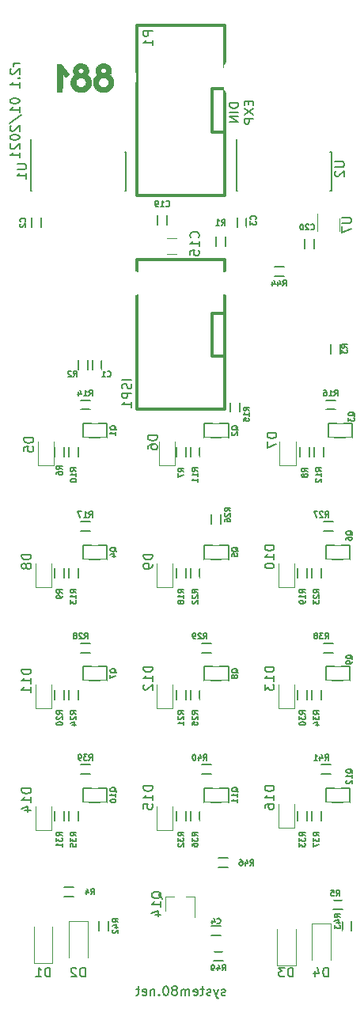
<source format=gbo>
G04 #@! TF.FileFunction,Legend,Bot*
%FSLAX46Y46*%
G04 Gerber Fmt 4.6, Leading zero omitted, Abs format (unit mm)*
G04 Created by KiCad (PCBNEW 4.0.2-stable) date 2021-01-02 10:32:37 AM*
%MOMM*%
G01*
G04 APERTURE LIST*
%ADD10C,0.200000*%
%ADD11C,0.010000*%
%ADD12C,0.120000*%
%ADD13C,0.304800*%
%ADD14C,0.299720*%
%ADD15C,0.127000*%
%ADD16C,0.150000*%
%ADD17C,0.152400*%
%ADD18C,0.203200*%
%ADD19C,3.225000*%
%ADD20R,1.850000X1.850000*%
%ADD21C,1.850000*%
%ADD22R,0.850000X0.950000*%
%ADD23R,0.950000X0.850000*%
%ADD24R,1.050000X1.300000*%
%ADD25R,1.250000X0.950000*%
%ADD26R,0.550000X0.550000*%
%ADD27R,2.050000X1.550000*%
%ADD28O,2.050000X1.550000*%
%ADD29O,2.550000X4.050000*%
%ADD30O,2.050000X2.550000*%
%ADD31O,3.550000X1.550000*%
%ADD32R,0.751040X1.050760*%
%ADD33R,0.650000X1.550000*%
%ADD34R,0.450000X0.700000*%
%ADD35C,2.550000*%
%ADD36R,2.550000X3.550000*%
%ADD37O,4.650000X1.500000*%
%ADD38O,4.350000X1.150000*%
%ADD39O,1.150000X4.350000*%
%ADD40C,1.150000*%
G04 APERTURE END LIST*
D10*
X136652381Y-63676191D02*
X135652381Y-63676191D01*
X135652381Y-63914286D01*
X135700000Y-64057144D01*
X135795238Y-64152382D01*
X135890476Y-64200001D01*
X136080952Y-64247620D01*
X136223810Y-64247620D01*
X136414286Y-64200001D01*
X136509524Y-64152382D01*
X136604762Y-64057144D01*
X136652381Y-63914286D01*
X136652381Y-63676191D01*
X136652381Y-64676191D02*
X135652381Y-64676191D01*
X136652381Y-65152381D02*
X135652381Y-65152381D01*
X136652381Y-65723810D01*
X135652381Y-65723810D01*
X137728571Y-63509524D02*
X137728571Y-63842858D01*
X138252381Y-63985715D02*
X138252381Y-63509524D01*
X137252381Y-63509524D01*
X137252381Y-63985715D01*
X137252381Y-64319048D02*
X138252381Y-64985715D01*
X137252381Y-64985715D02*
X138252381Y-64319048D01*
X138252381Y-65366667D02*
X137252381Y-65366667D01*
X137252381Y-65747620D01*
X137300000Y-65842858D01*
X137347619Y-65890477D01*
X137442857Y-65938096D01*
X137585714Y-65938096D01*
X137680952Y-65890477D01*
X137728571Y-65842858D01*
X137776190Y-65747620D01*
X137776190Y-65366667D01*
X113202381Y-59476190D02*
X112535714Y-59476190D01*
X112726190Y-59476190D02*
X112630952Y-59523809D01*
X112583333Y-59571428D01*
X112535714Y-59666666D01*
X112535714Y-59761905D01*
X112297619Y-60047619D02*
X112250000Y-60095238D01*
X112202381Y-60190476D01*
X112202381Y-60428572D01*
X112250000Y-60523810D01*
X112297619Y-60571429D01*
X112392857Y-60619048D01*
X112488095Y-60619048D01*
X112630952Y-60571429D01*
X113202381Y-60000000D01*
X113202381Y-60619048D01*
X113107143Y-61047619D02*
X113154762Y-61095238D01*
X113202381Y-61047619D01*
X113154762Y-61000000D01*
X113107143Y-61047619D01*
X113202381Y-61047619D01*
X113202381Y-62047619D02*
X113202381Y-61476190D01*
X113202381Y-61761904D02*
X112202381Y-61761904D01*
X112345238Y-61666666D01*
X112440476Y-61571428D01*
X112488095Y-61476190D01*
X112202381Y-63428571D02*
X112202381Y-63523810D01*
X112250000Y-63619048D01*
X112297619Y-63666667D01*
X112392857Y-63714286D01*
X112583333Y-63761905D01*
X112821429Y-63761905D01*
X113011905Y-63714286D01*
X113107143Y-63666667D01*
X113154762Y-63619048D01*
X113202381Y-63523810D01*
X113202381Y-63428571D01*
X113154762Y-63333333D01*
X113107143Y-63285714D01*
X113011905Y-63238095D01*
X112821429Y-63190476D01*
X112583333Y-63190476D01*
X112392857Y-63238095D01*
X112297619Y-63285714D01*
X112250000Y-63333333D01*
X112202381Y-63428571D01*
X113202381Y-64714286D02*
X113202381Y-64142857D01*
X113202381Y-64428571D02*
X112202381Y-64428571D01*
X112345238Y-64333333D01*
X112440476Y-64238095D01*
X112488095Y-64142857D01*
X112154762Y-65857143D02*
X113440476Y-65000000D01*
X112297619Y-66142857D02*
X112250000Y-66190476D01*
X112202381Y-66285714D01*
X112202381Y-66523810D01*
X112250000Y-66619048D01*
X112297619Y-66666667D01*
X112392857Y-66714286D01*
X112488095Y-66714286D01*
X112630952Y-66666667D01*
X113202381Y-66095238D01*
X113202381Y-66714286D01*
X112202381Y-67333333D02*
X112202381Y-67428572D01*
X112250000Y-67523810D01*
X112297619Y-67571429D01*
X112392857Y-67619048D01*
X112583333Y-67666667D01*
X112821429Y-67666667D01*
X113011905Y-67619048D01*
X113107143Y-67571429D01*
X113154762Y-67523810D01*
X113202381Y-67428572D01*
X113202381Y-67333333D01*
X113154762Y-67238095D01*
X113107143Y-67190476D01*
X113011905Y-67142857D01*
X112821429Y-67095238D01*
X112583333Y-67095238D01*
X112392857Y-67142857D01*
X112297619Y-67190476D01*
X112250000Y-67238095D01*
X112202381Y-67333333D01*
X112297619Y-68047619D02*
X112250000Y-68095238D01*
X112202381Y-68190476D01*
X112202381Y-68428572D01*
X112250000Y-68523810D01*
X112297619Y-68571429D01*
X112392857Y-68619048D01*
X112488095Y-68619048D01*
X112630952Y-68571429D01*
X113202381Y-68000000D01*
X113202381Y-68619048D01*
X113202381Y-69571429D02*
X113202381Y-69000000D01*
X113202381Y-69285714D02*
X112202381Y-69285714D01*
X112345238Y-69190476D01*
X112440476Y-69095238D01*
X112488095Y-69000000D01*
X135238096Y-159154762D02*
X135142858Y-159202381D01*
X134952382Y-159202381D01*
X134857143Y-159154762D01*
X134809524Y-159059524D01*
X134809524Y-159011905D01*
X134857143Y-158916667D01*
X134952382Y-158869048D01*
X135095239Y-158869048D01*
X135190477Y-158821429D01*
X135238096Y-158726190D01*
X135238096Y-158678571D01*
X135190477Y-158583333D01*
X135095239Y-158535714D01*
X134952382Y-158535714D01*
X134857143Y-158583333D01*
X134476191Y-158535714D02*
X134238096Y-159202381D01*
X134000000Y-158535714D02*
X134238096Y-159202381D01*
X134333334Y-159440476D01*
X134380953Y-159488095D01*
X134476191Y-159535714D01*
X133666667Y-159154762D02*
X133571429Y-159202381D01*
X133380953Y-159202381D01*
X133285714Y-159154762D01*
X133238095Y-159059524D01*
X133238095Y-159011905D01*
X133285714Y-158916667D01*
X133380953Y-158869048D01*
X133523810Y-158869048D01*
X133619048Y-158821429D01*
X133666667Y-158726190D01*
X133666667Y-158678571D01*
X133619048Y-158583333D01*
X133523810Y-158535714D01*
X133380953Y-158535714D01*
X133285714Y-158583333D01*
X132952381Y-158535714D02*
X132571429Y-158535714D01*
X132809524Y-158202381D02*
X132809524Y-159059524D01*
X132761905Y-159154762D01*
X132666667Y-159202381D01*
X132571429Y-159202381D01*
X131857142Y-159154762D02*
X131952380Y-159202381D01*
X132142857Y-159202381D01*
X132238095Y-159154762D01*
X132285714Y-159059524D01*
X132285714Y-158678571D01*
X132238095Y-158583333D01*
X132142857Y-158535714D01*
X131952380Y-158535714D01*
X131857142Y-158583333D01*
X131809523Y-158678571D01*
X131809523Y-158773810D01*
X132285714Y-158869048D01*
X131380952Y-159202381D02*
X131380952Y-158535714D01*
X131380952Y-158630952D02*
X131333333Y-158583333D01*
X131238095Y-158535714D01*
X131095237Y-158535714D01*
X130999999Y-158583333D01*
X130952380Y-158678571D01*
X130952380Y-159202381D01*
X130952380Y-158678571D02*
X130904761Y-158583333D01*
X130809523Y-158535714D01*
X130666666Y-158535714D01*
X130571428Y-158583333D01*
X130523809Y-158678571D01*
X130523809Y-159202381D01*
X129904762Y-158630952D02*
X130000000Y-158583333D01*
X130047619Y-158535714D01*
X130095238Y-158440476D01*
X130095238Y-158392857D01*
X130047619Y-158297619D01*
X130000000Y-158250000D01*
X129904762Y-158202381D01*
X129714285Y-158202381D01*
X129619047Y-158250000D01*
X129571428Y-158297619D01*
X129523809Y-158392857D01*
X129523809Y-158440476D01*
X129571428Y-158535714D01*
X129619047Y-158583333D01*
X129714285Y-158630952D01*
X129904762Y-158630952D01*
X130000000Y-158678571D01*
X130047619Y-158726190D01*
X130095238Y-158821429D01*
X130095238Y-159011905D01*
X130047619Y-159107143D01*
X130000000Y-159154762D01*
X129904762Y-159202381D01*
X129714285Y-159202381D01*
X129619047Y-159154762D01*
X129571428Y-159107143D01*
X129523809Y-159011905D01*
X129523809Y-158821429D01*
X129571428Y-158726190D01*
X129619047Y-158678571D01*
X129714285Y-158630952D01*
X128904762Y-158202381D02*
X128809523Y-158202381D01*
X128714285Y-158250000D01*
X128666666Y-158297619D01*
X128619047Y-158392857D01*
X128571428Y-158583333D01*
X128571428Y-158821429D01*
X128619047Y-159011905D01*
X128666666Y-159107143D01*
X128714285Y-159154762D01*
X128809523Y-159202381D01*
X128904762Y-159202381D01*
X129000000Y-159154762D01*
X129047619Y-159107143D01*
X129095238Y-159011905D01*
X129142857Y-158821429D01*
X129142857Y-158583333D01*
X129095238Y-158392857D01*
X129047619Y-158297619D01*
X129000000Y-158250000D01*
X128904762Y-158202381D01*
X128142857Y-159107143D02*
X128095238Y-159154762D01*
X128142857Y-159202381D01*
X128190476Y-159154762D01*
X128142857Y-159107143D01*
X128142857Y-159202381D01*
X127666667Y-158535714D02*
X127666667Y-159202381D01*
X127666667Y-158630952D02*
X127619048Y-158583333D01*
X127523810Y-158535714D01*
X127380952Y-158535714D01*
X127285714Y-158583333D01*
X127238095Y-158678571D01*
X127238095Y-159202381D01*
X126380952Y-159154762D02*
X126476190Y-159202381D01*
X126666667Y-159202381D01*
X126761905Y-159154762D01*
X126809524Y-159059524D01*
X126809524Y-158678571D01*
X126761905Y-158583333D01*
X126666667Y-158535714D01*
X126476190Y-158535714D01*
X126380952Y-158583333D01*
X126333333Y-158678571D01*
X126333333Y-158773810D01*
X126809524Y-158869048D01*
X126047619Y-158535714D02*
X125666667Y-158535714D01*
X125904762Y-158202381D02*
X125904762Y-159059524D01*
X125857143Y-159154762D01*
X125761905Y-159202381D01*
X125666667Y-159202381D01*
D11*
G36*
X122126852Y-59464640D02*
X122041520Y-59472141D01*
X121961327Y-59486937D01*
X121954344Y-59488660D01*
X121861072Y-59517354D01*
X121775461Y-59554620D01*
X121696491Y-59601016D01*
X121623141Y-59657102D01*
X121587523Y-59689660D01*
X121523398Y-59759671D01*
X121469304Y-59835720D01*
X121425448Y-59917286D01*
X121392033Y-60003850D01*
X121369267Y-60094888D01*
X121357354Y-60189881D01*
X121356009Y-60276219D01*
X121363160Y-60358443D01*
X121379075Y-60433443D01*
X121404232Y-60502417D01*
X121439113Y-60566562D01*
X121484194Y-60627076D01*
X121506126Y-60651528D01*
X121542460Y-60690082D01*
X121493990Y-60715474D01*
X121419359Y-60761078D01*
X121351472Y-60815655D01*
X121290551Y-60878330D01*
X121236815Y-60948230D01*
X121190482Y-61024480D01*
X121151773Y-61106205D01*
X121120906Y-61192531D01*
X121098101Y-61282584D01*
X121083578Y-61375488D01*
X121077556Y-61470370D01*
X121080253Y-61566355D01*
X121091891Y-61662568D01*
X121112687Y-61758135D01*
X121142862Y-61852182D01*
X121182635Y-61943834D01*
X121184745Y-61948070D01*
X121221041Y-62014547D01*
X121261109Y-62075726D01*
X121307137Y-62134583D01*
X121361312Y-62194094D01*
X121378077Y-62211118D01*
X121429672Y-62260659D01*
X121478203Y-62302420D01*
X121526795Y-62338680D01*
X121578578Y-62371720D01*
X121636679Y-62403819D01*
X121655919Y-62413662D01*
X121746831Y-62455101D01*
X121838544Y-62487745D01*
X121935642Y-62513198D01*
X121947684Y-62515805D01*
X121973578Y-62521009D01*
X121997286Y-62524963D01*
X122021275Y-62527876D01*
X122048009Y-62529954D01*
X122079955Y-62531406D01*
X122119578Y-62532438D01*
X122152047Y-62533004D01*
X122193422Y-62533356D01*
X122233476Y-62533177D01*
X122269780Y-62532517D01*
X122299907Y-62531426D01*
X122321428Y-62529954D01*
X122326092Y-62529412D01*
X122438669Y-62508440D01*
X122547115Y-62477197D01*
X122650749Y-62436163D01*
X122748889Y-62385817D01*
X122840852Y-62326640D01*
X122925957Y-62259111D01*
X123003522Y-62183712D01*
X123072865Y-62100922D01*
X123133304Y-62011221D01*
X123176951Y-61930349D01*
X123211514Y-61849570D01*
X123239636Y-61763243D01*
X123257688Y-61690406D01*
X123263718Y-61653829D01*
X123268177Y-61608358D01*
X123271043Y-61556808D01*
X123272299Y-61501995D01*
X123272232Y-61492005D01*
X122724921Y-61492005D01*
X122719592Y-61569443D01*
X122703364Y-61642383D01*
X122676300Y-61710670D01*
X122638464Y-61774149D01*
X122589920Y-61832663D01*
X122583786Y-61838934D01*
X122550024Y-61871191D01*
X122518688Y-61896792D01*
X122485511Y-61918817D01*
X122446230Y-61940348D01*
X122436746Y-61945124D01*
X122367247Y-61973527D01*
X122292305Y-61992834D01*
X122214416Y-62002699D01*
X122136076Y-62002774D01*
X122074553Y-61995516D01*
X121993929Y-61975986D01*
X121919628Y-61946930D01*
X121852163Y-61908720D01*
X121792045Y-61861728D01*
X121739784Y-61806325D01*
X121695893Y-61742883D01*
X121676067Y-61705855D01*
X121648793Y-61637083D01*
X121632669Y-61567075D01*
X121627234Y-61496758D01*
X121632025Y-61427064D01*
X121646579Y-61358920D01*
X121670433Y-61293257D01*
X121703125Y-61231003D01*
X121744192Y-61173087D01*
X121793171Y-61120438D01*
X121849600Y-61073986D01*
X121913016Y-61034660D01*
X121982957Y-61003389D01*
X122033907Y-60987226D01*
X122072933Y-60979584D01*
X122119640Y-60974844D01*
X122170400Y-60973004D01*
X122221588Y-60974065D01*
X122269577Y-60978025D01*
X122310738Y-60984884D01*
X122320396Y-60987283D01*
X122394322Y-61012979D01*
X122463458Y-61048153D01*
X122526687Y-61091831D01*
X122582892Y-61143038D01*
X122630954Y-61200799D01*
X122669756Y-61264140D01*
X122690253Y-61309827D01*
X122708571Y-61364261D01*
X122719647Y-61415590D01*
X122724497Y-61469154D01*
X122724921Y-61492005D01*
X123272232Y-61492005D01*
X123271923Y-61446736D01*
X123269896Y-61393848D01*
X123266198Y-61346146D01*
X123260810Y-61306447D01*
X123260400Y-61304210D01*
X123237356Y-61207433D01*
X123205475Y-61115416D01*
X123165334Y-61029174D01*
X123117510Y-60949720D01*
X123062580Y-60878067D01*
X123001119Y-60815230D01*
X122965121Y-60785090D01*
X122940133Y-60766562D01*
X122912727Y-60747696D01*
X122884999Y-60729773D01*
X122859045Y-60714075D01*
X122836963Y-60701884D01*
X122820850Y-60694483D01*
X122814230Y-60692838D01*
X122814452Y-60688976D01*
X122821750Y-60678545D01*
X122834792Y-60663273D01*
X122847222Y-60650012D01*
X122897905Y-60589439D01*
X122938552Y-60522895D01*
X122969076Y-60450780D01*
X122989392Y-60373492D01*
X122999414Y-60291429D01*
X122999171Y-60232851D01*
X122483103Y-60232851D01*
X122478796Y-60285727D01*
X122464335Y-60336336D01*
X122440549Y-60383454D01*
X122408267Y-60425857D01*
X122368317Y-60462321D01*
X122321531Y-60491623D01*
X122268735Y-60512539D01*
X122246559Y-60518188D01*
X122197246Y-60525659D01*
X122150759Y-60525257D01*
X122109004Y-60518742D01*
X122053812Y-60501735D01*
X122004216Y-60475959D01*
X121961094Y-60442605D01*
X121925328Y-60402863D01*
X121897797Y-60357926D01*
X121879381Y-60308983D01*
X121870961Y-60257226D01*
X121873417Y-60203847D01*
X121873925Y-60200648D01*
X121888562Y-60146241D01*
X121912914Y-60097101D01*
X121945778Y-60053986D01*
X121985951Y-60017651D01*
X122032228Y-59988852D01*
X122083407Y-59968346D01*
X122138284Y-59956888D01*
X122195656Y-59955235D01*
X122251432Y-59963448D01*
X122305274Y-59981586D01*
X122354502Y-60008851D01*
X122397711Y-60043896D01*
X122433494Y-60085375D01*
X122460448Y-60131943D01*
X122476427Y-60178931D01*
X122483103Y-60232851D01*
X122999171Y-60232851D01*
X122999055Y-60204991D01*
X122988229Y-60114574D01*
X122975724Y-60054621D01*
X122947994Y-59964445D01*
X122910069Y-59879804D01*
X122862462Y-59801245D01*
X122805688Y-59729318D01*
X122740261Y-59664568D01*
X122666695Y-59607544D01*
X122585504Y-59558794D01*
X122497202Y-59518866D01*
X122460356Y-59505604D01*
X122384072Y-59484916D01*
X122301087Y-59471127D01*
X122214360Y-59464335D01*
X122126852Y-59464640D01*
X122126852Y-59464640D01*
G37*
X122126852Y-59464640D02*
X122041520Y-59472141D01*
X121961327Y-59486937D01*
X121954344Y-59488660D01*
X121861072Y-59517354D01*
X121775461Y-59554620D01*
X121696491Y-59601016D01*
X121623141Y-59657102D01*
X121587523Y-59689660D01*
X121523398Y-59759671D01*
X121469304Y-59835720D01*
X121425448Y-59917286D01*
X121392033Y-60003850D01*
X121369267Y-60094888D01*
X121357354Y-60189881D01*
X121356009Y-60276219D01*
X121363160Y-60358443D01*
X121379075Y-60433443D01*
X121404232Y-60502417D01*
X121439113Y-60566562D01*
X121484194Y-60627076D01*
X121506126Y-60651528D01*
X121542460Y-60690082D01*
X121493990Y-60715474D01*
X121419359Y-60761078D01*
X121351472Y-60815655D01*
X121290551Y-60878330D01*
X121236815Y-60948230D01*
X121190482Y-61024480D01*
X121151773Y-61106205D01*
X121120906Y-61192531D01*
X121098101Y-61282584D01*
X121083578Y-61375488D01*
X121077556Y-61470370D01*
X121080253Y-61566355D01*
X121091891Y-61662568D01*
X121112687Y-61758135D01*
X121142862Y-61852182D01*
X121182635Y-61943834D01*
X121184745Y-61948070D01*
X121221041Y-62014547D01*
X121261109Y-62075726D01*
X121307137Y-62134583D01*
X121361312Y-62194094D01*
X121378077Y-62211118D01*
X121429672Y-62260659D01*
X121478203Y-62302420D01*
X121526795Y-62338680D01*
X121578578Y-62371720D01*
X121636679Y-62403819D01*
X121655919Y-62413662D01*
X121746831Y-62455101D01*
X121838544Y-62487745D01*
X121935642Y-62513198D01*
X121947684Y-62515805D01*
X121973578Y-62521009D01*
X121997286Y-62524963D01*
X122021275Y-62527876D01*
X122048009Y-62529954D01*
X122079955Y-62531406D01*
X122119578Y-62532438D01*
X122152047Y-62533004D01*
X122193422Y-62533356D01*
X122233476Y-62533177D01*
X122269780Y-62532517D01*
X122299907Y-62531426D01*
X122321428Y-62529954D01*
X122326092Y-62529412D01*
X122438669Y-62508440D01*
X122547115Y-62477197D01*
X122650749Y-62436163D01*
X122748889Y-62385817D01*
X122840852Y-62326640D01*
X122925957Y-62259111D01*
X123003522Y-62183712D01*
X123072865Y-62100922D01*
X123133304Y-62011221D01*
X123176951Y-61930349D01*
X123211514Y-61849570D01*
X123239636Y-61763243D01*
X123257688Y-61690406D01*
X123263718Y-61653829D01*
X123268177Y-61608358D01*
X123271043Y-61556808D01*
X123272299Y-61501995D01*
X123272232Y-61492005D01*
X122724921Y-61492005D01*
X122719592Y-61569443D01*
X122703364Y-61642383D01*
X122676300Y-61710670D01*
X122638464Y-61774149D01*
X122589920Y-61832663D01*
X122583786Y-61838934D01*
X122550024Y-61871191D01*
X122518688Y-61896792D01*
X122485511Y-61918817D01*
X122446230Y-61940348D01*
X122436746Y-61945124D01*
X122367247Y-61973527D01*
X122292305Y-61992834D01*
X122214416Y-62002699D01*
X122136076Y-62002774D01*
X122074553Y-61995516D01*
X121993929Y-61975986D01*
X121919628Y-61946930D01*
X121852163Y-61908720D01*
X121792045Y-61861728D01*
X121739784Y-61806325D01*
X121695893Y-61742883D01*
X121676067Y-61705855D01*
X121648793Y-61637083D01*
X121632669Y-61567075D01*
X121627234Y-61496758D01*
X121632025Y-61427064D01*
X121646579Y-61358920D01*
X121670433Y-61293257D01*
X121703125Y-61231003D01*
X121744192Y-61173087D01*
X121793171Y-61120438D01*
X121849600Y-61073986D01*
X121913016Y-61034660D01*
X121982957Y-61003389D01*
X122033907Y-60987226D01*
X122072933Y-60979584D01*
X122119640Y-60974844D01*
X122170400Y-60973004D01*
X122221588Y-60974065D01*
X122269577Y-60978025D01*
X122310738Y-60984884D01*
X122320396Y-60987283D01*
X122394322Y-61012979D01*
X122463458Y-61048153D01*
X122526687Y-61091831D01*
X122582892Y-61143038D01*
X122630954Y-61200799D01*
X122669756Y-61264140D01*
X122690253Y-61309827D01*
X122708571Y-61364261D01*
X122719647Y-61415590D01*
X122724497Y-61469154D01*
X122724921Y-61492005D01*
X123272232Y-61492005D01*
X123271923Y-61446736D01*
X123269896Y-61393848D01*
X123266198Y-61346146D01*
X123260810Y-61306447D01*
X123260400Y-61304210D01*
X123237356Y-61207433D01*
X123205475Y-61115416D01*
X123165334Y-61029174D01*
X123117510Y-60949720D01*
X123062580Y-60878067D01*
X123001119Y-60815230D01*
X122965121Y-60785090D01*
X122940133Y-60766562D01*
X122912727Y-60747696D01*
X122884999Y-60729773D01*
X122859045Y-60714075D01*
X122836963Y-60701884D01*
X122820850Y-60694483D01*
X122814230Y-60692838D01*
X122814452Y-60688976D01*
X122821750Y-60678545D01*
X122834792Y-60663273D01*
X122847222Y-60650012D01*
X122897905Y-60589439D01*
X122938552Y-60522895D01*
X122969076Y-60450780D01*
X122989392Y-60373492D01*
X122999414Y-60291429D01*
X122999171Y-60232851D01*
X122483103Y-60232851D01*
X122478796Y-60285727D01*
X122464335Y-60336336D01*
X122440549Y-60383454D01*
X122408267Y-60425857D01*
X122368317Y-60462321D01*
X122321531Y-60491623D01*
X122268735Y-60512539D01*
X122246559Y-60518188D01*
X122197246Y-60525659D01*
X122150759Y-60525257D01*
X122109004Y-60518742D01*
X122053812Y-60501735D01*
X122004216Y-60475959D01*
X121961094Y-60442605D01*
X121925328Y-60402863D01*
X121897797Y-60357926D01*
X121879381Y-60308983D01*
X121870961Y-60257226D01*
X121873417Y-60203847D01*
X121873925Y-60200648D01*
X121888562Y-60146241D01*
X121912914Y-60097101D01*
X121945778Y-60053986D01*
X121985951Y-60017651D01*
X122032228Y-59988852D01*
X122083407Y-59968346D01*
X122138284Y-59956888D01*
X122195656Y-59955235D01*
X122251432Y-59963448D01*
X122305274Y-59981586D01*
X122354502Y-60008851D01*
X122397711Y-60043896D01*
X122433494Y-60085375D01*
X122460448Y-60131943D01*
X122476427Y-60178931D01*
X122483103Y-60232851D01*
X122999171Y-60232851D01*
X122999055Y-60204991D01*
X122988229Y-60114574D01*
X122975724Y-60054621D01*
X122947994Y-59964445D01*
X122910069Y-59879804D01*
X122862462Y-59801245D01*
X122805688Y-59729318D01*
X122740261Y-59664568D01*
X122666695Y-59607544D01*
X122585504Y-59558794D01*
X122497202Y-59518866D01*
X122460356Y-59505604D01*
X122384072Y-59484916D01*
X122301087Y-59471127D01*
X122214360Y-59464335D01*
X122126852Y-59464640D01*
G36*
X119716805Y-59464640D02*
X119631474Y-59472141D01*
X119551280Y-59486937D01*
X119544297Y-59488660D01*
X119451025Y-59517354D01*
X119365415Y-59554620D01*
X119286445Y-59601016D01*
X119213095Y-59657102D01*
X119177476Y-59689660D01*
X119113352Y-59759671D01*
X119059258Y-59835720D01*
X119015401Y-59917286D01*
X118981987Y-60003850D01*
X118959220Y-60094888D01*
X118947308Y-60189881D01*
X118945963Y-60276219D01*
X118953113Y-60358443D01*
X118969028Y-60433443D01*
X118994186Y-60502417D01*
X119029066Y-60566562D01*
X119074148Y-60627076D01*
X119096079Y-60651528D01*
X119132413Y-60690082D01*
X119083944Y-60715474D01*
X119009713Y-60760916D01*
X118941690Y-60815781D01*
X118880260Y-60879209D01*
X118825808Y-60950345D01*
X118778718Y-61028331D01*
X118739376Y-61112309D01*
X118708165Y-61201423D01*
X118685471Y-61294815D01*
X118671679Y-61391627D01*
X118667172Y-61491004D01*
X118672336Y-61592086D01*
X118676056Y-61624361D01*
X118695047Y-61729350D01*
X118724096Y-61829326D01*
X118763695Y-61925581D01*
X118814341Y-62019408D01*
X118846215Y-62069163D01*
X118874242Y-62106914D01*
X118909662Y-62148897D01*
X118950100Y-62192702D01*
X118993179Y-62235919D01*
X119036525Y-62276136D01*
X119077761Y-62310944D01*
X119104047Y-62330764D01*
X119146853Y-62358670D01*
X119197509Y-62387841D01*
X119252455Y-62416492D01*
X119308128Y-62442833D01*
X119360967Y-62465078D01*
X119398881Y-62478748D01*
X119453618Y-62495703D01*
X119502803Y-62508784D01*
X119549561Y-62518486D01*
X119597017Y-62525302D01*
X119648295Y-62529727D01*
X119706517Y-62532254D01*
X119742000Y-62533004D01*
X119783375Y-62533356D01*
X119823429Y-62533177D01*
X119859734Y-62532517D01*
X119889860Y-62531426D01*
X119911381Y-62529954D01*
X119916046Y-62529412D01*
X120029903Y-62508125D01*
X120139988Y-62476164D01*
X120245490Y-62433921D01*
X120345598Y-62381785D01*
X120439503Y-62320145D01*
X120526394Y-62249393D01*
X120556270Y-62221308D01*
X120630277Y-62141955D01*
X120693784Y-62058453D01*
X120747315Y-61969850D01*
X120791391Y-61875194D01*
X120826535Y-61773534D01*
X120847724Y-61690406D01*
X120852154Y-61669043D01*
X120855501Y-61649210D01*
X120857910Y-61628728D01*
X120859527Y-61605421D01*
X120860496Y-61577110D01*
X120860963Y-61541619D01*
X120861073Y-61496769D01*
X120861071Y-61492005D01*
X120314875Y-61492005D01*
X120309545Y-61569443D01*
X120293317Y-61642383D01*
X120266254Y-61710670D01*
X120228418Y-61774149D01*
X120179873Y-61832663D01*
X120173739Y-61838934D01*
X120141147Y-61870184D01*
X120111207Y-61894910D01*
X120079764Y-61916110D01*
X120042665Y-61936782D01*
X120027451Y-61944509D01*
X119956711Y-61973511D01*
X119880802Y-61993081D01*
X119802087Y-62002886D01*
X119722931Y-62002594D01*
X119664507Y-61995516D01*
X119583882Y-61975986D01*
X119509582Y-61946930D01*
X119442117Y-61908720D01*
X119381998Y-61861728D01*
X119329738Y-61806325D01*
X119285847Y-61742883D01*
X119266021Y-61705855D01*
X119238746Y-61637083D01*
X119222623Y-61567075D01*
X119217188Y-61496758D01*
X119221979Y-61427064D01*
X119236532Y-61358920D01*
X119260387Y-61293257D01*
X119293079Y-61231003D01*
X119334145Y-61173087D01*
X119383125Y-61120438D01*
X119439554Y-61073986D01*
X119502970Y-61034660D01*
X119572910Y-61003389D01*
X119623861Y-60987226D01*
X119662886Y-60979584D01*
X119709593Y-60974844D01*
X119760354Y-60973004D01*
X119811542Y-60974065D01*
X119859530Y-60978025D01*
X119900692Y-60984884D01*
X119910349Y-60987283D01*
X119984275Y-61012979D01*
X120053412Y-61048153D01*
X120116641Y-61091831D01*
X120172845Y-61143038D01*
X120220907Y-61200799D01*
X120259709Y-61264140D01*
X120280207Y-61309827D01*
X120298524Y-61364261D01*
X120309600Y-61415590D01*
X120314450Y-61469154D01*
X120314875Y-61492005D01*
X120861071Y-61492005D01*
X120861069Y-61490280D01*
X120860904Y-61443830D01*
X120860405Y-61406997D01*
X120859422Y-61377584D01*
X120857808Y-61353394D01*
X120855415Y-61332232D01*
X120852094Y-61311901D01*
X120847699Y-61290205D01*
X120847534Y-61289442D01*
X120820323Y-61186404D01*
X120785006Y-61091133D01*
X120741765Y-61003944D01*
X120690784Y-60925154D01*
X120632246Y-60855078D01*
X120566334Y-60794031D01*
X120555074Y-60785090D01*
X120530087Y-60766562D01*
X120502681Y-60747696D01*
X120474952Y-60729773D01*
X120448999Y-60714075D01*
X120426917Y-60701884D01*
X120410803Y-60694483D01*
X120404184Y-60692838D01*
X120404406Y-60688976D01*
X120411704Y-60678545D01*
X120424745Y-60663273D01*
X120437175Y-60650012D01*
X120487858Y-60589439D01*
X120528505Y-60522895D01*
X120559029Y-60450780D01*
X120579345Y-60373492D01*
X120589367Y-60291429D01*
X120589109Y-60229270D01*
X120072126Y-60229270D01*
X120069026Y-60283465D01*
X120055164Y-60335722D01*
X120030800Y-60384679D01*
X119996197Y-60428971D01*
X119983366Y-60441603D01*
X119935439Y-60478154D01*
X119882160Y-60504651D01*
X119824971Y-60520701D01*
X119765318Y-60525913D01*
X119704642Y-60519895D01*
X119698957Y-60518742D01*
X119643583Y-60501678D01*
X119593874Y-60475817D01*
X119550704Y-60442341D01*
X119514945Y-60402433D01*
X119487471Y-60357272D01*
X119469153Y-60308042D01*
X119460864Y-60255924D01*
X119463479Y-60202099D01*
X119463759Y-60200318D01*
X119478048Y-60146157D01*
X119501829Y-60097572D01*
X119533896Y-60055135D01*
X119573040Y-60019416D01*
X119618053Y-59990987D01*
X119667728Y-59970417D01*
X119720856Y-59958279D01*
X119776230Y-59955143D01*
X119832642Y-59961579D01*
X119888883Y-59978160D01*
X119912269Y-59988337D01*
X119940318Y-60005438D01*
X119970417Y-60029774D01*
X119999544Y-60058338D01*
X120024679Y-60088120D01*
X120042802Y-60116112D01*
X120044990Y-60120521D01*
X120064201Y-60174501D01*
X120072126Y-60229270D01*
X120589109Y-60229270D01*
X120589008Y-60204991D01*
X120578183Y-60114574D01*
X120565678Y-60054621D01*
X120537948Y-59964445D01*
X120500022Y-59879804D01*
X120452415Y-59801245D01*
X120395641Y-59729318D01*
X120330214Y-59664568D01*
X120256648Y-59607544D01*
X120175457Y-59558794D01*
X120087156Y-59518866D01*
X120050310Y-59505604D01*
X119974026Y-59484916D01*
X119891041Y-59471127D01*
X119804314Y-59464335D01*
X119716805Y-59464640D01*
X119716805Y-59464640D01*
G37*
X119716805Y-59464640D02*
X119631474Y-59472141D01*
X119551280Y-59486937D01*
X119544297Y-59488660D01*
X119451025Y-59517354D01*
X119365415Y-59554620D01*
X119286445Y-59601016D01*
X119213095Y-59657102D01*
X119177476Y-59689660D01*
X119113352Y-59759671D01*
X119059258Y-59835720D01*
X119015401Y-59917286D01*
X118981987Y-60003850D01*
X118959220Y-60094888D01*
X118947308Y-60189881D01*
X118945963Y-60276219D01*
X118953113Y-60358443D01*
X118969028Y-60433443D01*
X118994186Y-60502417D01*
X119029066Y-60566562D01*
X119074148Y-60627076D01*
X119096079Y-60651528D01*
X119132413Y-60690082D01*
X119083944Y-60715474D01*
X119009713Y-60760916D01*
X118941690Y-60815781D01*
X118880260Y-60879209D01*
X118825808Y-60950345D01*
X118778718Y-61028331D01*
X118739376Y-61112309D01*
X118708165Y-61201423D01*
X118685471Y-61294815D01*
X118671679Y-61391627D01*
X118667172Y-61491004D01*
X118672336Y-61592086D01*
X118676056Y-61624361D01*
X118695047Y-61729350D01*
X118724096Y-61829326D01*
X118763695Y-61925581D01*
X118814341Y-62019408D01*
X118846215Y-62069163D01*
X118874242Y-62106914D01*
X118909662Y-62148897D01*
X118950100Y-62192702D01*
X118993179Y-62235919D01*
X119036525Y-62276136D01*
X119077761Y-62310944D01*
X119104047Y-62330764D01*
X119146853Y-62358670D01*
X119197509Y-62387841D01*
X119252455Y-62416492D01*
X119308128Y-62442833D01*
X119360967Y-62465078D01*
X119398881Y-62478748D01*
X119453618Y-62495703D01*
X119502803Y-62508784D01*
X119549561Y-62518486D01*
X119597017Y-62525302D01*
X119648295Y-62529727D01*
X119706517Y-62532254D01*
X119742000Y-62533004D01*
X119783375Y-62533356D01*
X119823429Y-62533177D01*
X119859734Y-62532517D01*
X119889860Y-62531426D01*
X119911381Y-62529954D01*
X119916046Y-62529412D01*
X120029903Y-62508125D01*
X120139988Y-62476164D01*
X120245490Y-62433921D01*
X120345598Y-62381785D01*
X120439503Y-62320145D01*
X120526394Y-62249393D01*
X120556270Y-62221308D01*
X120630277Y-62141955D01*
X120693784Y-62058453D01*
X120747315Y-61969850D01*
X120791391Y-61875194D01*
X120826535Y-61773534D01*
X120847724Y-61690406D01*
X120852154Y-61669043D01*
X120855501Y-61649210D01*
X120857910Y-61628728D01*
X120859527Y-61605421D01*
X120860496Y-61577110D01*
X120860963Y-61541619D01*
X120861073Y-61496769D01*
X120861071Y-61492005D01*
X120314875Y-61492005D01*
X120309545Y-61569443D01*
X120293317Y-61642383D01*
X120266254Y-61710670D01*
X120228418Y-61774149D01*
X120179873Y-61832663D01*
X120173739Y-61838934D01*
X120141147Y-61870184D01*
X120111207Y-61894910D01*
X120079764Y-61916110D01*
X120042665Y-61936782D01*
X120027451Y-61944509D01*
X119956711Y-61973511D01*
X119880802Y-61993081D01*
X119802087Y-62002886D01*
X119722931Y-62002594D01*
X119664507Y-61995516D01*
X119583882Y-61975986D01*
X119509582Y-61946930D01*
X119442117Y-61908720D01*
X119381998Y-61861728D01*
X119329738Y-61806325D01*
X119285847Y-61742883D01*
X119266021Y-61705855D01*
X119238746Y-61637083D01*
X119222623Y-61567075D01*
X119217188Y-61496758D01*
X119221979Y-61427064D01*
X119236532Y-61358920D01*
X119260387Y-61293257D01*
X119293079Y-61231003D01*
X119334145Y-61173087D01*
X119383125Y-61120438D01*
X119439554Y-61073986D01*
X119502970Y-61034660D01*
X119572910Y-61003389D01*
X119623861Y-60987226D01*
X119662886Y-60979584D01*
X119709593Y-60974844D01*
X119760354Y-60973004D01*
X119811542Y-60974065D01*
X119859530Y-60978025D01*
X119900692Y-60984884D01*
X119910349Y-60987283D01*
X119984275Y-61012979D01*
X120053412Y-61048153D01*
X120116641Y-61091831D01*
X120172845Y-61143038D01*
X120220907Y-61200799D01*
X120259709Y-61264140D01*
X120280207Y-61309827D01*
X120298524Y-61364261D01*
X120309600Y-61415590D01*
X120314450Y-61469154D01*
X120314875Y-61492005D01*
X120861071Y-61492005D01*
X120861069Y-61490280D01*
X120860904Y-61443830D01*
X120860405Y-61406997D01*
X120859422Y-61377584D01*
X120857808Y-61353394D01*
X120855415Y-61332232D01*
X120852094Y-61311901D01*
X120847699Y-61290205D01*
X120847534Y-61289442D01*
X120820323Y-61186404D01*
X120785006Y-61091133D01*
X120741765Y-61003944D01*
X120690784Y-60925154D01*
X120632246Y-60855078D01*
X120566334Y-60794031D01*
X120555074Y-60785090D01*
X120530087Y-60766562D01*
X120502681Y-60747696D01*
X120474952Y-60729773D01*
X120448999Y-60714075D01*
X120426917Y-60701884D01*
X120410803Y-60694483D01*
X120404184Y-60692838D01*
X120404406Y-60688976D01*
X120411704Y-60678545D01*
X120424745Y-60663273D01*
X120437175Y-60650012D01*
X120487858Y-60589439D01*
X120528505Y-60522895D01*
X120559029Y-60450780D01*
X120579345Y-60373492D01*
X120589367Y-60291429D01*
X120589109Y-60229270D01*
X120072126Y-60229270D01*
X120069026Y-60283465D01*
X120055164Y-60335722D01*
X120030800Y-60384679D01*
X119996197Y-60428971D01*
X119983366Y-60441603D01*
X119935439Y-60478154D01*
X119882160Y-60504651D01*
X119824971Y-60520701D01*
X119765318Y-60525913D01*
X119704642Y-60519895D01*
X119698957Y-60518742D01*
X119643583Y-60501678D01*
X119593874Y-60475817D01*
X119550704Y-60442341D01*
X119514945Y-60402433D01*
X119487471Y-60357272D01*
X119469153Y-60308042D01*
X119460864Y-60255924D01*
X119463479Y-60202099D01*
X119463759Y-60200318D01*
X119478048Y-60146157D01*
X119501829Y-60097572D01*
X119533896Y-60055135D01*
X119573040Y-60019416D01*
X119618053Y-59990987D01*
X119667728Y-59970417D01*
X119720856Y-59958279D01*
X119776230Y-59955143D01*
X119832642Y-59961579D01*
X119888883Y-59978160D01*
X119912269Y-59988337D01*
X119940318Y-60005438D01*
X119970417Y-60029774D01*
X119999544Y-60058338D01*
X120024679Y-60088120D01*
X120042802Y-60116112D01*
X120044990Y-60120521D01*
X120064201Y-60174501D01*
X120072126Y-60229270D01*
X120589109Y-60229270D01*
X120589008Y-60204991D01*
X120578183Y-60114574D01*
X120565678Y-60054621D01*
X120537948Y-59964445D01*
X120500022Y-59879804D01*
X120452415Y-59801245D01*
X120395641Y-59729318D01*
X120330214Y-59664568D01*
X120256648Y-59607544D01*
X120175457Y-59558794D01*
X120087156Y-59518866D01*
X120050310Y-59505604D01*
X119974026Y-59484916D01*
X119891041Y-59471127D01*
X119804314Y-59464335D01*
X119716805Y-59464640D01*
G36*
X117225628Y-62470838D02*
X117497349Y-62470838D01*
X117552797Y-62470807D01*
X117604505Y-62470718D01*
X117651298Y-62470577D01*
X117692003Y-62470391D01*
X117725445Y-62470166D01*
X117750449Y-62469909D01*
X117765843Y-62469626D01*
X117770504Y-62469361D01*
X117770676Y-62463394D01*
X117770876Y-62446221D01*
X117771102Y-62418448D01*
X117771352Y-62380681D01*
X117771622Y-62333529D01*
X117771911Y-62277598D01*
X117772214Y-62213494D01*
X117772531Y-62141826D01*
X117772858Y-62063200D01*
X117773192Y-61978222D01*
X117773531Y-61887500D01*
X117773872Y-61791642D01*
X117774212Y-61691253D01*
X117774549Y-61586940D01*
X117774881Y-61479312D01*
X117774935Y-61461237D01*
X117775402Y-61315940D01*
X117775905Y-61181707D01*
X117776444Y-61058601D01*
X117777017Y-60946682D01*
X117777625Y-60846012D01*
X117778268Y-60756653D01*
X117778943Y-60678666D01*
X117779651Y-60612112D01*
X117780392Y-60557053D01*
X117781164Y-60513550D01*
X117781968Y-60481664D01*
X117782802Y-60461458D01*
X117783666Y-60452992D01*
X117783838Y-60452715D01*
X117788321Y-60457014D01*
X117798921Y-60470061D01*
X117814956Y-60490940D01*
X117835748Y-60518735D01*
X117860619Y-60552528D01*
X117888890Y-60591403D01*
X117919881Y-60634444D01*
X117952914Y-60680734D01*
X117957051Y-60686560D01*
X117990398Y-60733377D01*
X118021860Y-60777227D01*
X118050745Y-60817169D01*
X118076360Y-60852261D01*
X118098014Y-60881560D01*
X118115014Y-60904125D01*
X118126670Y-60919013D01*
X118132288Y-60925284D01*
X118132500Y-60925404D01*
X118139193Y-60922756D01*
X118153906Y-60913689D01*
X118175409Y-60899133D01*
X118202475Y-60880021D01*
X118233874Y-60857284D01*
X118268378Y-60831854D01*
X118304758Y-60804662D01*
X118341785Y-60776639D01*
X118378231Y-60748718D01*
X118412866Y-60721829D01*
X118444463Y-60696905D01*
X118471793Y-60674877D01*
X118493627Y-60656676D01*
X118508735Y-60643235D01*
X118515891Y-60635484D01*
X118516303Y-60634418D01*
X118512713Y-60628532D01*
X118502247Y-60613965D01*
X118485356Y-60591303D01*
X118462492Y-60561131D01*
X118434109Y-60524032D01*
X118400657Y-60480594D01*
X118362590Y-60431400D01*
X118320359Y-60377035D01*
X118274418Y-60318085D01*
X118225218Y-60255135D01*
X118173212Y-60188770D01*
X118118851Y-60119574D01*
X118085093Y-60076687D01*
X117653884Y-59529276D01*
X117439756Y-59529219D01*
X117225628Y-59529163D01*
X117225628Y-62470838D01*
X117225628Y-62470838D01*
G37*
X117225628Y-62470838D02*
X117497349Y-62470838D01*
X117552797Y-62470807D01*
X117604505Y-62470718D01*
X117651298Y-62470577D01*
X117692003Y-62470391D01*
X117725445Y-62470166D01*
X117750449Y-62469909D01*
X117765843Y-62469626D01*
X117770504Y-62469361D01*
X117770676Y-62463394D01*
X117770876Y-62446221D01*
X117771102Y-62418448D01*
X117771352Y-62380681D01*
X117771622Y-62333529D01*
X117771911Y-62277598D01*
X117772214Y-62213494D01*
X117772531Y-62141826D01*
X117772858Y-62063200D01*
X117773192Y-61978222D01*
X117773531Y-61887500D01*
X117773872Y-61791642D01*
X117774212Y-61691253D01*
X117774549Y-61586940D01*
X117774881Y-61479312D01*
X117774935Y-61461237D01*
X117775402Y-61315940D01*
X117775905Y-61181707D01*
X117776444Y-61058601D01*
X117777017Y-60946682D01*
X117777625Y-60846012D01*
X117778268Y-60756653D01*
X117778943Y-60678666D01*
X117779651Y-60612112D01*
X117780392Y-60557053D01*
X117781164Y-60513550D01*
X117781968Y-60481664D01*
X117782802Y-60461458D01*
X117783666Y-60452992D01*
X117783838Y-60452715D01*
X117788321Y-60457014D01*
X117798921Y-60470061D01*
X117814956Y-60490940D01*
X117835748Y-60518735D01*
X117860619Y-60552528D01*
X117888890Y-60591403D01*
X117919881Y-60634444D01*
X117952914Y-60680734D01*
X117957051Y-60686560D01*
X117990398Y-60733377D01*
X118021860Y-60777227D01*
X118050745Y-60817169D01*
X118076360Y-60852261D01*
X118098014Y-60881560D01*
X118115014Y-60904125D01*
X118126670Y-60919013D01*
X118132288Y-60925284D01*
X118132500Y-60925404D01*
X118139193Y-60922756D01*
X118153906Y-60913689D01*
X118175409Y-60899133D01*
X118202475Y-60880021D01*
X118233874Y-60857284D01*
X118268378Y-60831854D01*
X118304758Y-60804662D01*
X118341785Y-60776639D01*
X118378231Y-60748718D01*
X118412866Y-60721829D01*
X118444463Y-60696905D01*
X118471793Y-60674877D01*
X118493627Y-60656676D01*
X118508735Y-60643235D01*
X118515891Y-60635484D01*
X118516303Y-60634418D01*
X118512713Y-60628532D01*
X118502247Y-60613965D01*
X118485356Y-60591303D01*
X118462492Y-60561131D01*
X118434109Y-60524032D01*
X118400657Y-60480594D01*
X118362590Y-60431400D01*
X118320359Y-60377035D01*
X118274418Y-60318085D01*
X118225218Y-60255135D01*
X118173212Y-60188770D01*
X118118851Y-60119574D01*
X118085093Y-60076687D01*
X117653884Y-59529276D01*
X117439756Y-59529219D01*
X117225628Y-59529163D01*
X117225628Y-62470838D01*
D10*
X121000000Y-91250000D02*
X121000000Y-92250000D01*
X122000000Y-91250000D02*
X122000000Y-92250000D01*
X114500000Y-76000000D02*
X114500000Y-77000000D01*
X115500000Y-76000000D02*
X115500000Y-77000000D01*
X136500000Y-76000000D02*
X136500000Y-77000000D01*
X137500000Y-76000000D02*
X137500000Y-77000000D01*
X133750000Y-152750000D02*
X134750000Y-152750000D01*
X133750000Y-151750000D02*
X134750000Y-151750000D01*
D12*
X130000000Y-79850000D02*
X129000000Y-79850000D01*
X129000000Y-78150000D02*
X130000000Y-78150000D01*
D10*
X129000000Y-76750000D02*
X129000000Y-75750000D01*
X128000000Y-76750000D02*
X128000000Y-75750000D01*
X143750000Y-78250000D02*
X143750000Y-79250000D01*
X144750000Y-78250000D02*
X144750000Y-79250000D01*
D12*
X116750000Y-155750000D02*
X114750000Y-155750000D01*
X114750000Y-155750000D02*
X114750000Y-151850000D01*
X116750000Y-155750000D02*
X116750000Y-151850000D01*
X118500000Y-151250000D02*
X120500000Y-151250000D01*
X120500000Y-151250000D02*
X120500000Y-155150000D01*
X118500000Y-151250000D02*
X118500000Y-155150000D01*
X142750000Y-156000000D02*
X140750000Y-156000000D01*
X140750000Y-156000000D02*
X140750000Y-152100000D01*
X142750000Y-156000000D02*
X142750000Y-152100000D01*
X144500000Y-151500000D02*
X146500000Y-151500000D01*
X146500000Y-151500000D02*
X146500000Y-155400000D01*
X144500000Y-151500000D02*
X144500000Y-155400000D01*
X116850000Y-102500000D02*
X115150000Y-102500000D01*
X115150000Y-102500000D02*
X115150000Y-99950000D01*
X116850000Y-102500000D02*
X116850000Y-99950000D01*
D13*
X135200000Y-80500000D02*
X135200000Y-96500000D01*
X125800000Y-96500000D02*
X125800000Y-80500000D01*
X125800000Y-80500000D02*
X135200000Y-80500000D01*
X125800000Y-96500000D02*
X135200000Y-96500000D01*
D14*
X135200000Y-90800000D02*
X133800000Y-90800000D01*
X133800000Y-90800000D02*
X133800000Y-86200000D01*
X133800000Y-86200000D02*
X135200000Y-86200000D01*
D13*
X135200000Y-55400000D02*
X135200000Y-73600000D01*
X125800000Y-73600000D02*
X125800000Y-55400000D01*
X125800000Y-55400000D02*
X135200000Y-55400000D01*
X125800000Y-73600000D02*
X135200000Y-73600000D01*
D14*
X135200000Y-66800000D02*
X133800000Y-66800000D01*
X133800000Y-66800000D02*
X133800000Y-62200000D01*
X133800000Y-62200000D02*
X135200000Y-62200000D01*
D15*
X119980000Y-99512000D02*
X122583500Y-99512000D01*
X122583500Y-99512000D02*
X122583500Y-97988000D01*
X122583500Y-97988000D02*
X119980000Y-97988000D01*
X119980000Y-97988000D02*
X119980000Y-99512000D01*
X132980000Y-99512000D02*
X135583500Y-99512000D01*
X135583500Y-99512000D02*
X135583500Y-97988000D01*
X135583500Y-97988000D02*
X132980000Y-97988000D01*
X132980000Y-97988000D02*
X132980000Y-99512000D01*
X146230000Y-99512000D02*
X148833500Y-99512000D01*
X148833500Y-99512000D02*
X148833500Y-97988000D01*
X148833500Y-97988000D02*
X146230000Y-97988000D01*
X146230000Y-97988000D02*
X146230000Y-99512000D01*
X119980000Y-112512000D02*
X122583500Y-112512000D01*
X122583500Y-112512000D02*
X122583500Y-110988000D01*
X122583500Y-110988000D02*
X119980000Y-110988000D01*
X119980000Y-110988000D02*
X119980000Y-112512000D01*
X132980000Y-112512000D02*
X135583500Y-112512000D01*
X135583500Y-112512000D02*
X135583500Y-110988000D01*
X135583500Y-110988000D02*
X132980000Y-110988000D01*
X132980000Y-110988000D02*
X132980000Y-112512000D01*
X145980000Y-112512000D02*
X148583500Y-112512000D01*
X148583500Y-112512000D02*
X148583500Y-110988000D01*
X148583500Y-110988000D02*
X145980000Y-110988000D01*
X145980000Y-110988000D02*
X145980000Y-112512000D01*
X119980000Y-125512000D02*
X122583500Y-125512000D01*
X122583500Y-125512000D02*
X122583500Y-123988000D01*
X122583500Y-123988000D02*
X119980000Y-123988000D01*
X119980000Y-123988000D02*
X119980000Y-125512000D01*
X132980000Y-125512000D02*
X135583500Y-125512000D01*
X135583500Y-125512000D02*
X135583500Y-123988000D01*
X135583500Y-123988000D02*
X132980000Y-123988000D01*
X132980000Y-123988000D02*
X132980000Y-125512000D01*
X145980000Y-125512000D02*
X148583500Y-125512000D01*
X148583500Y-125512000D02*
X148583500Y-123988000D01*
X148583500Y-123988000D02*
X145980000Y-123988000D01*
X145980000Y-123988000D02*
X145980000Y-125512000D01*
X119980000Y-138512000D02*
X122583500Y-138512000D01*
X122583500Y-138512000D02*
X122583500Y-136988000D01*
X122583500Y-136988000D02*
X119980000Y-136988000D01*
X119980000Y-136988000D02*
X119980000Y-138512000D01*
X132980000Y-138512000D02*
X135583500Y-138512000D01*
X135583500Y-138512000D02*
X135583500Y-136988000D01*
X135583500Y-136988000D02*
X132980000Y-136988000D01*
X132980000Y-136988000D02*
X132980000Y-138512000D01*
X145980000Y-138512000D02*
X148583500Y-138512000D01*
X148583500Y-138512000D02*
X148583500Y-136988000D01*
X148583500Y-136988000D02*
X145980000Y-136988000D01*
X145980000Y-136988000D02*
X145980000Y-138512000D01*
D12*
X128820000Y-148640000D02*
X129750000Y-148640000D01*
X131980000Y-148640000D02*
X131050000Y-148640000D01*
X131980000Y-148640000D02*
X131980000Y-150800000D01*
X128820000Y-148640000D02*
X128820000Y-150100000D01*
D10*
X135250000Y-79000000D02*
X135250000Y-78000000D01*
X134250000Y-79000000D02*
X134250000Y-78000000D01*
X120500000Y-92250000D02*
X120500000Y-91250000D01*
X119500000Y-92250000D02*
X119500000Y-91250000D01*
X146500000Y-89500000D02*
X146500000Y-90500000D01*
X147500000Y-89500000D02*
X147500000Y-90500000D01*
X118000000Y-148600000D02*
X119000000Y-148600000D01*
X118000000Y-147600000D02*
X119000000Y-147600000D01*
X146750000Y-150000000D02*
X147750000Y-150000000D01*
X146750000Y-149000000D02*
X147750000Y-149000000D01*
X117000000Y-100500000D02*
X117000000Y-101500000D01*
X118000000Y-100500000D02*
X118000000Y-101500000D01*
X130000000Y-100500000D02*
X130000000Y-101500000D01*
X131000000Y-100500000D02*
X131000000Y-101500000D01*
X143250000Y-100500000D02*
X143250000Y-101500000D01*
X144250000Y-100500000D02*
X144250000Y-101500000D01*
X117000000Y-113500000D02*
X117000000Y-114500000D01*
X118000000Y-113500000D02*
X118000000Y-114500000D01*
X119500000Y-101500000D02*
X119500000Y-100500000D01*
X118500000Y-101500000D02*
X118500000Y-100500000D01*
X132500000Y-101500000D02*
X132500000Y-100500000D01*
X131500000Y-101500000D02*
X131500000Y-100500000D01*
X145750000Y-101500000D02*
X145750000Y-100500000D01*
X144750000Y-101500000D02*
X144750000Y-100500000D01*
X119500000Y-114500000D02*
X119500000Y-113500000D01*
X118500000Y-114500000D02*
X118500000Y-113500000D01*
X119750000Y-96500000D02*
X120750000Y-96500000D01*
X119750000Y-95500000D02*
X120750000Y-95500000D01*
X135750000Y-95750000D02*
X135750000Y-96750000D01*
X136750000Y-95750000D02*
X136750000Y-96750000D01*
X146000000Y-96500000D02*
X147000000Y-96500000D01*
X146000000Y-95500000D02*
X147000000Y-95500000D01*
X119750000Y-109500000D02*
X120750000Y-109500000D01*
X119750000Y-108500000D02*
X120750000Y-108500000D01*
X130000000Y-113500000D02*
X130000000Y-114500000D01*
X131000000Y-113500000D02*
X131000000Y-114500000D01*
X143000000Y-113500000D02*
X143000000Y-114500000D01*
X144000000Y-113500000D02*
X144000000Y-114500000D01*
X117000000Y-126500000D02*
X117000000Y-127500000D01*
X118000000Y-126500000D02*
X118000000Y-127500000D01*
X130000000Y-126500000D02*
X130000000Y-127500000D01*
X131000000Y-126500000D02*
X131000000Y-127500000D01*
X132500000Y-114500000D02*
X132500000Y-113500000D01*
X131500000Y-114500000D02*
X131500000Y-113500000D01*
X145500000Y-114500000D02*
X145500000Y-113500000D01*
X144500000Y-114500000D02*
X144500000Y-113500000D01*
X119500000Y-127500000D02*
X119500000Y-126500000D01*
X118500000Y-127500000D02*
X118500000Y-126500000D01*
X132500000Y-127500000D02*
X132500000Y-126500000D01*
X131500000Y-127500000D02*
X131500000Y-126500000D01*
X133750000Y-107750000D02*
X133750000Y-108750000D01*
X134750000Y-107750000D02*
X134750000Y-108750000D01*
X145750000Y-109500000D02*
X146750000Y-109500000D01*
X145750000Y-108500000D02*
X146750000Y-108500000D01*
X119750000Y-122500000D02*
X120750000Y-122500000D01*
X119750000Y-121500000D02*
X120750000Y-121500000D01*
X132750000Y-122500000D02*
X133750000Y-122500000D01*
X132750000Y-121500000D02*
X133750000Y-121500000D01*
X143000000Y-126500000D02*
X143000000Y-127500000D01*
X144000000Y-126500000D02*
X144000000Y-127500000D01*
X117000000Y-139500000D02*
X117000000Y-140500000D01*
X118000000Y-139500000D02*
X118000000Y-140500000D01*
X130000000Y-139500000D02*
X130000000Y-140500000D01*
X131000000Y-139500000D02*
X131000000Y-140500000D01*
X143000000Y-139500000D02*
X143000000Y-140500000D01*
X144000000Y-139500000D02*
X144000000Y-140500000D01*
X145500000Y-127500000D02*
X145500000Y-126500000D01*
X144500000Y-127500000D02*
X144500000Y-126500000D01*
X119500000Y-140500000D02*
X119500000Y-139500000D01*
X118500000Y-140500000D02*
X118500000Y-139500000D01*
X132500000Y-140500000D02*
X132500000Y-139500000D01*
X131500000Y-140500000D02*
X131500000Y-139500000D01*
X145500000Y-140500000D02*
X145500000Y-139500000D01*
X144500000Y-140500000D02*
X144500000Y-139500000D01*
X145750000Y-122500000D02*
X146750000Y-122500000D01*
X145750000Y-121500000D02*
X146750000Y-121500000D01*
X119750000Y-135500000D02*
X120750000Y-135500000D01*
X119750000Y-134500000D02*
X120750000Y-134500000D01*
X132750000Y-135500000D02*
X133750000Y-135500000D01*
X132750000Y-134500000D02*
X133750000Y-134500000D01*
X145500000Y-135500000D02*
X146500000Y-135500000D01*
X145500000Y-134500000D02*
X146500000Y-134500000D01*
X121750000Y-151250000D02*
X121750000Y-152250000D01*
X122750000Y-151250000D02*
X122750000Y-152250000D01*
X147750000Y-151250000D02*
X147750000Y-152250000D01*
X148750000Y-151250000D02*
X148750000Y-152250000D01*
X140500000Y-82250000D02*
X141500000Y-82250000D01*
X140500000Y-81250000D02*
X141500000Y-81250000D01*
X134500000Y-145500000D02*
X135500000Y-145500000D01*
X134500000Y-144500000D02*
X135500000Y-144500000D01*
X135000000Y-154500000D02*
X134000000Y-154500000D01*
X135000000Y-155500000D02*
X134000000Y-155500000D01*
D16*
X114425000Y-68925000D02*
X114450000Y-68925000D01*
X114425000Y-73075000D02*
X114530000Y-73075000D01*
X124575000Y-73075000D02*
X124470000Y-73075000D01*
X124575000Y-68925000D02*
X124470000Y-68925000D01*
X114425000Y-68925000D02*
X114425000Y-73075000D01*
X124575000Y-68925000D02*
X124575000Y-73075000D01*
X114450000Y-68925000D02*
X114450000Y-67550000D01*
X136425000Y-68925000D02*
X136450000Y-68925000D01*
X136425000Y-73075000D02*
X136530000Y-73075000D01*
X146575000Y-73075000D02*
X146470000Y-73075000D01*
X146575000Y-68925000D02*
X146470000Y-68925000D01*
X136425000Y-68925000D02*
X136425000Y-73075000D01*
X146575000Y-68925000D02*
X146575000Y-73075000D01*
X136450000Y-68925000D02*
X136450000Y-67550000D01*
D12*
X145090000Y-77450000D02*
X145090000Y-75550000D01*
X147410000Y-76050000D02*
X147410000Y-77450000D01*
X142600000Y-141250000D02*
X140900000Y-141250000D01*
X140900000Y-141250000D02*
X140900000Y-138700000D01*
X142600000Y-141250000D02*
X142600000Y-138700000D01*
X129600000Y-141500000D02*
X127900000Y-141500000D01*
X127900000Y-141500000D02*
X127900000Y-138950000D01*
X129600000Y-141500000D02*
X129600000Y-138950000D01*
X116600000Y-141500000D02*
X114900000Y-141500000D01*
X114900000Y-141500000D02*
X114900000Y-138950000D01*
X116600000Y-141500000D02*
X116600000Y-138950000D01*
X142600000Y-128500000D02*
X140900000Y-128500000D01*
X140900000Y-128500000D02*
X140900000Y-125950000D01*
X142600000Y-128500000D02*
X142600000Y-125950000D01*
X129600000Y-128500000D02*
X127900000Y-128500000D01*
X127900000Y-128500000D02*
X127900000Y-125950000D01*
X129600000Y-128500000D02*
X129600000Y-125950000D01*
X116600000Y-128500000D02*
X114900000Y-128500000D01*
X114900000Y-128500000D02*
X114900000Y-125950000D01*
X116600000Y-128500000D02*
X116600000Y-125950000D01*
X142600000Y-115500000D02*
X140900000Y-115500000D01*
X140900000Y-115500000D02*
X140900000Y-112950000D01*
X142600000Y-115500000D02*
X142600000Y-112950000D01*
X129600000Y-115500000D02*
X127900000Y-115500000D01*
X127900000Y-115500000D02*
X127900000Y-112950000D01*
X129600000Y-115500000D02*
X129600000Y-112950000D01*
X116600000Y-115500000D02*
X114900000Y-115500000D01*
X114900000Y-115500000D02*
X114900000Y-112950000D01*
X116600000Y-115500000D02*
X116600000Y-112950000D01*
X142750000Y-102500000D02*
X141050000Y-102500000D01*
X141050000Y-102500000D02*
X141050000Y-99950000D01*
X142750000Y-102500000D02*
X142750000Y-99950000D01*
X129850000Y-102500000D02*
X128150000Y-102500000D01*
X128150000Y-102500000D02*
X128150000Y-99950000D01*
X129850000Y-102500000D02*
X129850000Y-99950000D01*
D17*
X122601599Y-92917714D02*
X122630628Y-92946743D01*
X122717714Y-92975771D01*
X122775771Y-92975771D01*
X122862856Y-92946743D01*
X122920914Y-92888686D01*
X122949942Y-92830629D01*
X122978971Y-92714514D01*
X122978971Y-92627429D01*
X122949942Y-92511314D01*
X122920914Y-92453257D01*
X122862856Y-92395200D01*
X122775771Y-92366171D01*
X122717714Y-92366171D01*
X122630628Y-92395200D01*
X122601599Y-92424229D01*
X122021028Y-92975771D02*
X122369371Y-92975771D01*
X122195199Y-92975771D02*
X122195199Y-92366171D01*
X122253256Y-92453257D01*
X122311314Y-92511314D01*
X122369371Y-92540343D01*
X113817714Y-76398401D02*
X113846743Y-76369372D01*
X113875771Y-76282286D01*
X113875771Y-76224229D01*
X113846743Y-76137144D01*
X113788686Y-76079086D01*
X113730629Y-76050058D01*
X113614514Y-76021029D01*
X113527429Y-76021029D01*
X113411314Y-76050058D01*
X113353257Y-76079086D01*
X113295200Y-76137144D01*
X113266171Y-76224229D01*
X113266171Y-76282286D01*
X113295200Y-76369372D01*
X113324229Y-76398401D01*
X113324229Y-76630629D02*
X113295200Y-76659658D01*
X113266171Y-76717715D01*
X113266171Y-76862858D01*
X113295200Y-76920915D01*
X113324229Y-76949944D01*
X113382286Y-76978972D01*
X113440343Y-76978972D01*
X113527429Y-76949944D01*
X113875771Y-76601601D01*
X113875771Y-76978972D01*
X138467714Y-76148401D02*
X138496743Y-76119372D01*
X138525771Y-76032286D01*
X138525771Y-75974229D01*
X138496743Y-75887144D01*
X138438686Y-75829086D01*
X138380629Y-75800058D01*
X138264514Y-75771029D01*
X138177429Y-75771029D01*
X138061314Y-75800058D01*
X138003257Y-75829086D01*
X137945200Y-75887144D01*
X137916171Y-75974229D01*
X137916171Y-76032286D01*
X137945200Y-76119372D01*
X137974229Y-76148401D01*
X137916171Y-76351601D02*
X137916171Y-76728972D01*
X138148400Y-76525772D01*
X138148400Y-76612858D01*
X138177429Y-76670915D01*
X138206457Y-76699944D01*
X138264514Y-76728972D01*
X138409657Y-76728972D01*
X138467714Y-76699944D01*
X138496743Y-76670915D01*
X138525771Y-76612858D01*
X138525771Y-76438686D01*
X138496743Y-76380629D01*
X138467714Y-76351601D01*
X134351599Y-151467714D02*
X134380628Y-151496743D01*
X134467714Y-151525771D01*
X134525771Y-151525771D01*
X134612856Y-151496743D01*
X134670914Y-151438686D01*
X134699942Y-151380629D01*
X134728971Y-151264514D01*
X134728971Y-151177429D01*
X134699942Y-151061314D01*
X134670914Y-151003257D01*
X134612856Y-150945200D01*
X134525771Y-150916171D01*
X134467714Y-150916171D01*
X134380628Y-150945200D01*
X134351599Y-150974229D01*
X133829085Y-151119371D02*
X133829085Y-151525771D01*
X133974228Y-150887143D02*
X134119371Y-151322571D01*
X133741999Y-151322571D01*
D16*
X132357143Y-78107143D02*
X132404762Y-78059524D01*
X132452381Y-77916667D01*
X132452381Y-77821429D01*
X132404762Y-77678571D01*
X132309524Y-77583333D01*
X132214286Y-77535714D01*
X132023810Y-77488095D01*
X131880952Y-77488095D01*
X131690476Y-77535714D01*
X131595238Y-77583333D01*
X131500000Y-77678571D01*
X131452381Y-77821429D01*
X131452381Y-77916667D01*
X131500000Y-78059524D01*
X131547619Y-78107143D01*
X132452381Y-79059524D02*
X132452381Y-78488095D01*
X132452381Y-78773809D02*
X131452381Y-78773809D01*
X131595238Y-78678571D01*
X131690476Y-78583333D01*
X131738095Y-78488095D01*
X131452381Y-79964286D02*
X131452381Y-79488095D01*
X131928571Y-79440476D01*
X131880952Y-79488095D01*
X131833333Y-79583333D01*
X131833333Y-79821429D01*
X131880952Y-79916667D01*
X131928571Y-79964286D01*
X132023810Y-80011905D01*
X132261905Y-80011905D01*
X132357143Y-79964286D01*
X132404762Y-79916667D01*
X132452381Y-79821429D01*
X132452381Y-79583333D01*
X132404762Y-79488095D01*
X132357143Y-79440476D01*
D17*
X128891885Y-74717714D02*
X128920914Y-74746743D01*
X129008000Y-74775771D01*
X129066057Y-74775771D01*
X129153142Y-74746743D01*
X129211200Y-74688686D01*
X129240228Y-74630629D01*
X129269257Y-74514514D01*
X129269257Y-74427429D01*
X129240228Y-74311314D01*
X129211200Y-74253257D01*
X129153142Y-74195200D01*
X129066057Y-74166171D01*
X129008000Y-74166171D01*
X128920914Y-74195200D01*
X128891885Y-74224229D01*
X128311314Y-74775771D02*
X128659657Y-74775771D01*
X128485485Y-74775771D02*
X128485485Y-74166171D01*
X128543542Y-74253257D01*
X128601600Y-74311314D01*
X128659657Y-74340343D01*
X128021029Y-74775771D02*
X127904914Y-74775771D01*
X127846857Y-74746743D01*
X127817829Y-74717714D01*
X127759771Y-74630629D01*
X127730743Y-74514514D01*
X127730743Y-74282286D01*
X127759771Y-74224229D01*
X127788800Y-74195200D01*
X127846857Y-74166171D01*
X127962971Y-74166171D01*
X128021029Y-74195200D01*
X128050057Y-74224229D01*
X128079086Y-74282286D01*
X128079086Y-74427429D01*
X128050057Y-74485486D01*
X128021029Y-74514514D01*
X127962971Y-74543543D01*
X127846857Y-74543543D01*
X127788800Y-74514514D01*
X127759771Y-74485486D01*
X127730743Y-74427429D01*
X144391885Y-77217714D02*
X144420914Y-77246743D01*
X144508000Y-77275771D01*
X144566057Y-77275771D01*
X144653142Y-77246743D01*
X144711200Y-77188686D01*
X144740228Y-77130629D01*
X144769257Y-77014514D01*
X144769257Y-76927429D01*
X144740228Y-76811314D01*
X144711200Y-76753257D01*
X144653142Y-76695200D01*
X144566057Y-76666171D01*
X144508000Y-76666171D01*
X144420914Y-76695200D01*
X144391885Y-76724229D01*
X144159657Y-76724229D02*
X144130628Y-76695200D01*
X144072571Y-76666171D01*
X143927428Y-76666171D01*
X143869371Y-76695200D01*
X143840342Y-76724229D01*
X143811314Y-76782286D01*
X143811314Y-76840343D01*
X143840342Y-76927429D01*
X144188685Y-77275771D01*
X143811314Y-77275771D01*
X143433943Y-76666171D02*
X143375886Y-76666171D01*
X143317829Y-76695200D01*
X143288800Y-76724229D01*
X143259771Y-76782286D01*
X143230743Y-76898400D01*
X143230743Y-77043543D01*
X143259771Y-77159657D01*
X143288800Y-77217714D01*
X143317829Y-77246743D01*
X143375886Y-77275771D01*
X143433943Y-77275771D01*
X143492000Y-77246743D01*
X143521029Y-77217714D01*
X143550057Y-77159657D01*
X143579086Y-77043543D01*
X143579086Y-76898400D01*
X143550057Y-76782286D01*
X143521029Y-76724229D01*
X143492000Y-76695200D01*
X143433943Y-76666171D01*
D16*
X116488095Y-157202381D02*
X116488095Y-156202381D01*
X116250000Y-156202381D01*
X116107142Y-156250000D01*
X116011904Y-156345238D01*
X115964285Y-156440476D01*
X115916666Y-156630952D01*
X115916666Y-156773810D01*
X115964285Y-156964286D01*
X116011904Y-157059524D01*
X116107142Y-157154762D01*
X116250000Y-157202381D01*
X116488095Y-157202381D01*
X114964285Y-157202381D02*
X115535714Y-157202381D01*
X115250000Y-157202381D02*
X115250000Y-156202381D01*
X115345238Y-156345238D01*
X115440476Y-156440476D01*
X115535714Y-156488095D01*
X120238095Y-157202381D02*
X120238095Y-156202381D01*
X120000000Y-156202381D01*
X119857142Y-156250000D01*
X119761904Y-156345238D01*
X119714285Y-156440476D01*
X119666666Y-156630952D01*
X119666666Y-156773810D01*
X119714285Y-156964286D01*
X119761904Y-157059524D01*
X119857142Y-157154762D01*
X120000000Y-157202381D01*
X120238095Y-157202381D01*
X119285714Y-156297619D02*
X119238095Y-156250000D01*
X119142857Y-156202381D01*
X118904761Y-156202381D01*
X118809523Y-156250000D01*
X118761904Y-156297619D01*
X118714285Y-156392857D01*
X118714285Y-156488095D01*
X118761904Y-156630952D01*
X119333333Y-157202381D01*
X118714285Y-157202381D01*
X142488095Y-157202381D02*
X142488095Y-156202381D01*
X142250000Y-156202381D01*
X142107142Y-156250000D01*
X142011904Y-156345238D01*
X141964285Y-156440476D01*
X141916666Y-156630952D01*
X141916666Y-156773810D01*
X141964285Y-156964286D01*
X142011904Y-157059524D01*
X142107142Y-157154762D01*
X142250000Y-157202381D01*
X142488095Y-157202381D01*
X141583333Y-156202381D02*
X140964285Y-156202381D01*
X141297619Y-156583333D01*
X141154761Y-156583333D01*
X141059523Y-156630952D01*
X141011904Y-156678571D01*
X140964285Y-156773810D01*
X140964285Y-157011905D01*
X141011904Y-157107143D01*
X141059523Y-157154762D01*
X141154761Y-157202381D01*
X141440476Y-157202381D01*
X141535714Y-157154762D01*
X141583333Y-157107143D01*
X146238095Y-157202381D02*
X146238095Y-156202381D01*
X146000000Y-156202381D01*
X145857142Y-156250000D01*
X145761904Y-156345238D01*
X145714285Y-156440476D01*
X145666666Y-156630952D01*
X145666666Y-156773810D01*
X145714285Y-156964286D01*
X145761904Y-157059524D01*
X145857142Y-157154762D01*
X146000000Y-157202381D01*
X146238095Y-157202381D01*
X144809523Y-156535714D02*
X144809523Y-157202381D01*
X145047619Y-156154762D02*
X145285714Y-156869048D01*
X144666666Y-156869048D01*
X114702381Y-99511905D02*
X113702381Y-99511905D01*
X113702381Y-99750000D01*
X113750000Y-99892858D01*
X113845238Y-99988096D01*
X113940476Y-100035715D01*
X114130952Y-100083334D01*
X114273810Y-100083334D01*
X114464286Y-100035715D01*
X114559524Y-99988096D01*
X114654762Y-99892858D01*
X114702381Y-99750000D01*
X114702381Y-99511905D01*
X113702381Y-100988096D02*
X113702381Y-100511905D01*
X114178571Y-100464286D01*
X114130952Y-100511905D01*
X114083333Y-100607143D01*
X114083333Y-100845239D01*
X114130952Y-100940477D01*
X114178571Y-100988096D01*
X114273810Y-101035715D01*
X114511905Y-101035715D01*
X114607143Y-100988096D01*
X114654762Y-100940477D01*
X114702381Y-100845239D01*
X114702381Y-100607143D01*
X114654762Y-100511905D01*
X114607143Y-100464286D01*
D18*
X125202381Y-93297619D02*
X124202381Y-93297619D01*
X125154762Y-93726190D02*
X125202381Y-93869047D01*
X125202381Y-94107143D01*
X125154762Y-94202381D01*
X125107143Y-94250000D01*
X125011905Y-94297619D01*
X124916667Y-94297619D01*
X124821429Y-94250000D01*
X124773810Y-94202381D01*
X124726190Y-94107143D01*
X124678571Y-93916666D01*
X124630952Y-93821428D01*
X124583333Y-93773809D01*
X124488095Y-93726190D01*
X124392857Y-93726190D01*
X124297619Y-93773809D01*
X124250000Y-93821428D01*
X124202381Y-93916666D01*
X124202381Y-94154762D01*
X124250000Y-94297619D01*
X125202381Y-94726190D02*
X124202381Y-94726190D01*
X124202381Y-95107143D01*
X124250000Y-95202381D01*
X124297619Y-95250000D01*
X124392857Y-95297619D01*
X124535714Y-95297619D01*
X124630952Y-95250000D01*
X124678571Y-95202381D01*
X124726190Y-95107143D01*
X124726190Y-94726190D01*
X125202381Y-96250000D02*
X125202381Y-95678571D01*
X125202381Y-95964285D02*
X124202381Y-95964285D01*
X124345238Y-95869047D01*
X124440476Y-95773809D01*
X124488095Y-95678571D01*
X127452381Y-56011905D02*
X126452381Y-56011905D01*
X126452381Y-56392858D01*
X126500000Y-56488096D01*
X126547619Y-56535715D01*
X126642857Y-56583334D01*
X126785714Y-56583334D01*
X126880952Y-56535715D01*
X126928571Y-56488096D01*
X126976190Y-56392858D01*
X126976190Y-56011905D01*
X127452381Y-57535715D02*
X127452381Y-56964286D01*
X127452381Y-57250000D02*
X126452381Y-57250000D01*
X126595238Y-57154762D01*
X126690476Y-57059524D01*
X126738095Y-56964286D01*
D17*
X123583829Y-98691943D02*
X123554800Y-98633886D01*
X123496743Y-98575829D01*
X123409657Y-98488743D01*
X123380629Y-98430686D01*
X123380629Y-98372629D01*
X123525771Y-98401657D02*
X123496743Y-98343600D01*
X123438686Y-98285543D01*
X123322571Y-98256514D01*
X123119371Y-98256514D01*
X123003257Y-98285543D01*
X122945200Y-98343600D01*
X122916171Y-98401657D01*
X122916171Y-98517771D01*
X122945200Y-98575829D01*
X123003257Y-98633886D01*
X123119371Y-98662914D01*
X123322571Y-98662914D01*
X123438686Y-98633886D01*
X123496743Y-98575829D01*
X123525771Y-98517771D01*
X123525771Y-98401657D01*
X123525771Y-99243486D02*
X123525771Y-98895143D01*
X123525771Y-99069315D02*
X122916171Y-99069315D01*
X123003257Y-99011258D01*
X123061314Y-98953200D01*
X123090343Y-98895143D01*
X136583829Y-98691943D02*
X136554800Y-98633886D01*
X136496743Y-98575829D01*
X136409657Y-98488743D01*
X136380629Y-98430686D01*
X136380629Y-98372629D01*
X136525771Y-98401657D02*
X136496743Y-98343600D01*
X136438686Y-98285543D01*
X136322571Y-98256514D01*
X136119371Y-98256514D01*
X136003257Y-98285543D01*
X135945200Y-98343600D01*
X135916171Y-98401657D01*
X135916171Y-98517771D01*
X135945200Y-98575829D01*
X136003257Y-98633886D01*
X136119371Y-98662914D01*
X136322571Y-98662914D01*
X136438686Y-98633886D01*
X136496743Y-98575829D01*
X136525771Y-98517771D01*
X136525771Y-98401657D01*
X135974229Y-98895143D02*
X135945200Y-98924172D01*
X135916171Y-98982229D01*
X135916171Y-99127372D01*
X135945200Y-99185429D01*
X135974229Y-99214458D01*
X136032286Y-99243486D01*
X136090343Y-99243486D01*
X136177429Y-99214458D01*
X136525771Y-98866115D01*
X136525771Y-99243486D01*
X149083829Y-97191943D02*
X149054800Y-97133886D01*
X148996743Y-97075829D01*
X148909657Y-96988743D01*
X148880629Y-96930686D01*
X148880629Y-96872629D01*
X149025771Y-96901657D02*
X148996743Y-96843600D01*
X148938686Y-96785543D01*
X148822571Y-96756514D01*
X148619371Y-96756514D01*
X148503257Y-96785543D01*
X148445200Y-96843600D01*
X148416171Y-96901657D01*
X148416171Y-97017771D01*
X148445200Y-97075829D01*
X148503257Y-97133886D01*
X148619371Y-97162914D01*
X148822571Y-97162914D01*
X148938686Y-97133886D01*
X148996743Y-97075829D01*
X149025771Y-97017771D01*
X149025771Y-96901657D01*
X148416171Y-97366115D02*
X148416171Y-97743486D01*
X148648400Y-97540286D01*
X148648400Y-97627372D01*
X148677429Y-97685429D01*
X148706457Y-97714458D01*
X148764514Y-97743486D01*
X148909657Y-97743486D01*
X148967714Y-97714458D01*
X148996743Y-97685429D01*
X149025771Y-97627372D01*
X149025771Y-97453200D01*
X148996743Y-97395143D01*
X148967714Y-97366115D01*
X123583829Y-111691943D02*
X123554800Y-111633886D01*
X123496743Y-111575829D01*
X123409657Y-111488743D01*
X123380629Y-111430686D01*
X123380629Y-111372629D01*
X123525771Y-111401657D02*
X123496743Y-111343600D01*
X123438686Y-111285543D01*
X123322571Y-111256514D01*
X123119371Y-111256514D01*
X123003257Y-111285543D01*
X122945200Y-111343600D01*
X122916171Y-111401657D01*
X122916171Y-111517771D01*
X122945200Y-111575829D01*
X123003257Y-111633886D01*
X123119371Y-111662914D01*
X123322571Y-111662914D01*
X123438686Y-111633886D01*
X123496743Y-111575829D01*
X123525771Y-111517771D01*
X123525771Y-111401657D01*
X123119371Y-112185429D02*
X123525771Y-112185429D01*
X122887143Y-112040286D02*
X123322571Y-111895143D01*
X123322571Y-112272515D01*
X136583829Y-111691943D02*
X136554800Y-111633886D01*
X136496743Y-111575829D01*
X136409657Y-111488743D01*
X136380629Y-111430686D01*
X136380629Y-111372629D01*
X136525771Y-111401657D02*
X136496743Y-111343600D01*
X136438686Y-111285543D01*
X136322571Y-111256514D01*
X136119371Y-111256514D01*
X136003257Y-111285543D01*
X135945200Y-111343600D01*
X135916171Y-111401657D01*
X135916171Y-111517771D01*
X135945200Y-111575829D01*
X136003257Y-111633886D01*
X136119371Y-111662914D01*
X136322571Y-111662914D01*
X136438686Y-111633886D01*
X136496743Y-111575829D01*
X136525771Y-111517771D01*
X136525771Y-111401657D01*
X135916171Y-112214458D02*
X135916171Y-111924172D01*
X136206457Y-111895143D01*
X136177429Y-111924172D01*
X136148400Y-111982229D01*
X136148400Y-112127372D01*
X136177429Y-112185429D01*
X136206457Y-112214458D01*
X136264514Y-112243486D01*
X136409657Y-112243486D01*
X136467714Y-112214458D01*
X136496743Y-112185429D01*
X136525771Y-112127372D01*
X136525771Y-111982229D01*
X136496743Y-111924172D01*
X136467714Y-111895143D01*
X148833829Y-109941943D02*
X148804800Y-109883886D01*
X148746743Y-109825829D01*
X148659657Y-109738743D01*
X148630629Y-109680686D01*
X148630629Y-109622629D01*
X148775771Y-109651657D02*
X148746743Y-109593600D01*
X148688686Y-109535543D01*
X148572571Y-109506514D01*
X148369371Y-109506514D01*
X148253257Y-109535543D01*
X148195200Y-109593600D01*
X148166171Y-109651657D01*
X148166171Y-109767771D01*
X148195200Y-109825829D01*
X148253257Y-109883886D01*
X148369371Y-109912914D01*
X148572571Y-109912914D01*
X148688686Y-109883886D01*
X148746743Y-109825829D01*
X148775771Y-109767771D01*
X148775771Y-109651657D01*
X148166171Y-110435429D02*
X148166171Y-110319315D01*
X148195200Y-110261258D01*
X148224229Y-110232229D01*
X148311314Y-110174172D01*
X148427429Y-110145143D01*
X148659657Y-110145143D01*
X148717714Y-110174172D01*
X148746743Y-110203200D01*
X148775771Y-110261258D01*
X148775771Y-110377372D01*
X148746743Y-110435429D01*
X148717714Y-110464458D01*
X148659657Y-110493486D01*
X148514514Y-110493486D01*
X148456457Y-110464458D01*
X148427429Y-110435429D01*
X148398400Y-110377372D01*
X148398400Y-110261258D01*
X148427429Y-110203200D01*
X148456457Y-110174172D01*
X148514514Y-110145143D01*
X123583829Y-124691943D02*
X123554800Y-124633886D01*
X123496743Y-124575829D01*
X123409657Y-124488743D01*
X123380629Y-124430686D01*
X123380629Y-124372629D01*
X123525771Y-124401657D02*
X123496743Y-124343600D01*
X123438686Y-124285543D01*
X123322571Y-124256514D01*
X123119371Y-124256514D01*
X123003257Y-124285543D01*
X122945200Y-124343600D01*
X122916171Y-124401657D01*
X122916171Y-124517771D01*
X122945200Y-124575829D01*
X123003257Y-124633886D01*
X123119371Y-124662914D01*
X123322571Y-124662914D01*
X123438686Y-124633886D01*
X123496743Y-124575829D01*
X123525771Y-124517771D01*
X123525771Y-124401657D01*
X122916171Y-124866115D02*
X122916171Y-125272515D01*
X123525771Y-125011258D01*
X136583829Y-124691943D02*
X136554800Y-124633886D01*
X136496743Y-124575829D01*
X136409657Y-124488743D01*
X136380629Y-124430686D01*
X136380629Y-124372629D01*
X136525771Y-124401657D02*
X136496743Y-124343600D01*
X136438686Y-124285543D01*
X136322571Y-124256514D01*
X136119371Y-124256514D01*
X136003257Y-124285543D01*
X135945200Y-124343600D01*
X135916171Y-124401657D01*
X135916171Y-124517771D01*
X135945200Y-124575829D01*
X136003257Y-124633886D01*
X136119371Y-124662914D01*
X136322571Y-124662914D01*
X136438686Y-124633886D01*
X136496743Y-124575829D01*
X136525771Y-124517771D01*
X136525771Y-124401657D01*
X136177429Y-125011258D02*
X136148400Y-124953200D01*
X136119371Y-124924172D01*
X136061314Y-124895143D01*
X136032286Y-124895143D01*
X135974229Y-124924172D01*
X135945200Y-124953200D01*
X135916171Y-125011258D01*
X135916171Y-125127372D01*
X135945200Y-125185429D01*
X135974229Y-125214458D01*
X136032286Y-125243486D01*
X136061314Y-125243486D01*
X136119371Y-125214458D01*
X136148400Y-125185429D01*
X136177429Y-125127372D01*
X136177429Y-125011258D01*
X136206457Y-124953200D01*
X136235486Y-124924172D01*
X136293543Y-124895143D01*
X136409657Y-124895143D01*
X136467714Y-124924172D01*
X136496743Y-124953200D01*
X136525771Y-125011258D01*
X136525771Y-125127372D01*
X136496743Y-125185429D01*
X136467714Y-125214458D01*
X136409657Y-125243486D01*
X136293543Y-125243486D01*
X136235486Y-125214458D01*
X136206457Y-125185429D01*
X136177429Y-125127372D01*
X148833829Y-123191943D02*
X148804800Y-123133886D01*
X148746743Y-123075829D01*
X148659657Y-122988743D01*
X148630629Y-122930686D01*
X148630629Y-122872629D01*
X148775771Y-122901657D02*
X148746743Y-122843600D01*
X148688686Y-122785543D01*
X148572571Y-122756514D01*
X148369371Y-122756514D01*
X148253257Y-122785543D01*
X148195200Y-122843600D01*
X148166171Y-122901657D01*
X148166171Y-123017771D01*
X148195200Y-123075829D01*
X148253257Y-123133886D01*
X148369371Y-123162914D01*
X148572571Y-123162914D01*
X148688686Y-123133886D01*
X148746743Y-123075829D01*
X148775771Y-123017771D01*
X148775771Y-122901657D01*
X148775771Y-123453200D02*
X148775771Y-123569315D01*
X148746743Y-123627372D01*
X148717714Y-123656400D01*
X148630629Y-123714458D01*
X148514514Y-123743486D01*
X148282286Y-123743486D01*
X148224229Y-123714458D01*
X148195200Y-123685429D01*
X148166171Y-123627372D01*
X148166171Y-123511258D01*
X148195200Y-123453200D01*
X148224229Y-123424172D01*
X148282286Y-123395143D01*
X148427429Y-123395143D01*
X148485486Y-123424172D01*
X148514514Y-123453200D01*
X148543543Y-123511258D01*
X148543543Y-123627372D01*
X148514514Y-123685429D01*
X148485486Y-123714458D01*
X148427429Y-123743486D01*
X123583829Y-137401658D02*
X123554800Y-137343601D01*
X123496743Y-137285544D01*
X123409657Y-137198458D01*
X123380629Y-137140401D01*
X123380629Y-137082344D01*
X123525771Y-137111372D02*
X123496743Y-137053315D01*
X123438686Y-136995258D01*
X123322571Y-136966229D01*
X123119371Y-136966229D01*
X123003257Y-136995258D01*
X122945200Y-137053315D01*
X122916171Y-137111372D01*
X122916171Y-137227486D01*
X122945200Y-137285544D01*
X123003257Y-137343601D01*
X123119371Y-137372629D01*
X123322571Y-137372629D01*
X123438686Y-137343601D01*
X123496743Y-137285544D01*
X123525771Y-137227486D01*
X123525771Y-137111372D01*
X123525771Y-137953201D02*
X123525771Y-137604858D01*
X123525771Y-137779030D02*
X122916171Y-137779030D01*
X123003257Y-137720973D01*
X123061314Y-137662915D01*
X123090343Y-137604858D01*
X122916171Y-138330572D02*
X122916171Y-138388629D01*
X122945200Y-138446686D01*
X122974229Y-138475715D01*
X123032286Y-138504744D01*
X123148400Y-138533772D01*
X123293543Y-138533772D01*
X123409657Y-138504744D01*
X123467714Y-138475715D01*
X123496743Y-138446686D01*
X123525771Y-138388629D01*
X123525771Y-138330572D01*
X123496743Y-138272515D01*
X123467714Y-138243486D01*
X123409657Y-138214458D01*
X123293543Y-138185429D01*
X123148400Y-138185429D01*
X123032286Y-138214458D01*
X122974229Y-138243486D01*
X122945200Y-138272515D01*
X122916171Y-138330572D01*
X136583829Y-137401658D02*
X136554800Y-137343601D01*
X136496743Y-137285544D01*
X136409657Y-137198458D01*
X136380629Y-137140401D01*
X136380629Y-137082344D01*
X136525771Y-137111372D02*
X136496743Y-137053315D01*
X136438686Y-136995258D01*
X136322571Y-136966229D01*
X136119371Y-136966229D01*
X136003257Y-136995258D01*
X135945200Y-137053315D01*
X135916171Y-137111372D01*
X135916171Y-137227486D01*
X135945200Y-137285544D01*
X136003257Y-137343601D01*
X136119371Y-137372629D01*
X136322571Y-137372629D01*
X136438686Y-137343601D01*
X136496743Y-137285544D01*
X136525771Y-137227486D01*
X136525771Y-137111372D01*
X136525771Y-137953201D02*
X136525771Y-137604858D01*
X136525771Y-137779030D02*
X135916171Y-137779030D01*
X136003257Y-137720973D01*
X136061314Y-137662915D01*
X136090343Y-137604858D01*
X136525771Y-138533772D02*
X136525771Y-138185429D01*
X136525771Y-138359601D02*
X135916171Y-138359601D01*
X136003257Y-138301544D01*
X136061314Y-138243486D01*
X136090343Y-138185429D01*
X148833829Y-135401658D02*
X148804800Y-135343601D01*
X148746743Y-135285544D01*
X148659657Y-135198458D01*
X148630629Y-135140401D01*
X148630629Y-135082344D01*
X148775771Y-135111372D02*
X148746743Y-135053315D01*
X148688686Y-134995258D01*
X148572571Y-134966229D01*
X148369371Y-134966229D01*
X148253257Y-134995258D01*
X148195200Y-135053315D01*
X148166171Y-135111372D01*
X148166171Y-135227486D01*
X148195200Y-135285544D01*
X148253257Y-135343601D01*
X148369371Y-135372629D01*
X148572571Y-135372629D01*
X148688686Y-135343601D01*
X148746743Y-135285544D01*
X148775771Y-135227486D01*
X148775771Y-135111372D01*
X148775771Y-135953201D02*
X148775771Y-135604858D01*
X148775771Y-135779030D02*
X148166171Y-135779030D01*
X148253257Y-135720973D01*
X148311314Y-135662915D01*
X148340343Y-135604858D01*
X148224229Y-136185429D02*
X148195200Y-136214458D01*
X148166171Y-136272515D01*
X148166171Y-136417658D01*
X148195200Y-136475715D01*
X148224229Y-136504744D01*
X148282286Y-136533772D01*
X148340343Y-136533772D01*
X148427429Y-136504744D01*
X148775771Y-136156401D01*
X148775771Y-136533772D01*
D16*
X128447619Y-148828572D02*
X128400000Y-148733334D01*
X128304762Y-148638096D01*
X128161905Y-148495239D01*
X128114286Y-148400000D01*
X128114286Y-148304762D01*
X128352381Y-148352381D02*
X128304762Y-148257143D01*
X128209524Y-148161905D01*
X128019048Y-148114286D01*
X127685714Y-148114286D01*
X127495238Y-148161905D01*
X127400000Y-148257143D01*
X127352381Y-148352381D01*
X127352381Y-148542858D01*
X127400000Y-148638096D01*
X127495238Y-148733334D01*
X127685714Y-148780953D01*
X128019048Y-148780953D01*
X128209524Y-148733334D01*
X128304762Y-148638096D01*
X128352381Y-148542858D01*
X128352381Y-148352381D01*
X128352381Y-149733334D02*
X128352381Y-149161905D01*
X128352381Y-149447619D02*
X127352381Y-149447619D01*
X127495238Y-149352381D01*
X127590476Y-149257143D01*
X127638095Y-149161905D01*
X127685714Y-150590477D02*
X128352381Y-150590477D01*
X127304762Y-150352381D02*
X128019048Y-150114286D01*
X128019048Y-150733334D01*
D17*
X134851599Y-76775771D02*
X135054799Y-76485486D01*
X135199942Y-76775771D02*
X135199942Y-76166171D01*
X134967714Y-76166171D01*
X134909656Y-76195200D01*
X134880628Y-76224229D01*
X134851599Y-76282286D01*
X134851599Y-76369371D01*
X134880628Y-76427429D01*
X134909656Y-76456457D01*
X134967714Y-76485486D01*
X135199942Y-76485486D01*
X134271028Y-76775771D02*
X134619371Y-76775771D01*
X134445199Y-76775771D02*
X134445199Y-76166171D01*
X134503256Y-76253257D01*
X134561314Y-76311314D01*
X134619371Y-76340343D01*
X119001599Y-92975771D02*
X119204799Y-92685486D01*
X119349942Y-92975771D02*
X119349942Y-92366171D01*
X119117714Y-92366171D01*
X119059656Y-92395200D01*
X119030628Y-92424229D01*
X119001599Y-92482286D01*
X119001599Y-92569371D01*
X119030628Y-92627429D01*
X119059656Y-92656457D01*
X119117714Y-92685486D01*
X119349942Y-92685486D01*
X118769371Y-92424229D02*
X118740342Y-92395200D01*
X118682285Y-92366171D01*
X118537142Y-92366171D01*
X118479085Y-92395200D01*
X118450056Y-92424229D01*
X118421028Y-92482286D01*
X118421028Y-92540343D01*
X118450056Y-92627429D01*
X118798399Y-92975771D01*
X118421028Y-92975771D01*
X148275771Y-89898401D02*
X147985486Y-89695201D01*
X148275771Y-89550058D02*
X147666171Y-89550058D01*
X147666171Y-89782286D01*
X147695200Y-89840344D01*
X147724229Y-89869372D01*
X147782286Y-89898401D01*
X147869371Y-89898401D01*
X147927429Y-89869372D01*
X147956457Y-89840344D01*
X147985486Y-89782286D01*
X147985486Y-89550058D01*
X147666171Y-90101601D02*
X147666171Y-90478972D01*
X147898400Y-90275772D01*
X147898400Y-90362858D01*
X147927429Y-90420915D01*
X147956457Y-90449944D01*
X148014514Y-90478972D01*
X148159657Y-90478972D01*
X148217714Y-90449944D01*
X148246743Y-90420915D01*
X148275771Y-90362858D01*
X148275771Y-90188686D01*
X148246743Y-90130629D01*
X148217714Y-90101601D01*
X120851599Y-148375771D02*
X121054799Y-148085486D01*
X121199942Y-148375771D02*
X121199942Y-147766171D01*
X120967714Y-147766171D01*
X120909656Y-147795200D01*
X120880628Y-147824229D01*
X120851599Y-147882286D01*
X120851599Y-147969371D01*
X120880628Y-148027429D01*
X120909656Y-148056457D01*
X120967714Y-148085486D01*
X121199942Y-148085486D01*
X120329085Y-147969371D02*
X120329085Y-148375771D01*
X120474228Y-147737143D02*
X120619371Y-148172571D01*
X120241999Y-148172571D01*
X147101599Y-148525771D02*
X147304799Y-148235486D01*
X147449942Y-148525771D02*
X147449942Y-147916171D01*
X147217714Y-147916171D01*
X147159656Y-147945200D01*
X147130628Y-147974229D01*
X147101599Y-148032286D01*
X147101599Y-148119371D01*
X147130628Y-148177429D01*
X147159656Y-148206457D01*
X147217714Y-148235486D01*
X147449942Y-148235486D01*
X146550056Y-147916171D02*
X146840342Y-147916171D01*
X146869371Y-148206457D01*
X146840342Y-148177429D01*
X146782285Y-148148400D01*
X146637142Y-148148400D01*
X146579085Y-148177429D01*
X146550056Y-148206457D01*
X146521028Y-148264514D01*
X146521028Y-148409657D01*
X146550056Y-148467714D01*
X146579085Y-148496743D01*
X146637142Y-148525771D01*
X146782285Y-148525771D01*
X146840342Y-148496743D01*
X146869371Y-148467714D01*
X117775771Y-102898401D02*
X117485486Y-102695201D01*
X117775771Y-102550058D02*
X117166171Y-102550058D01*
X117166171Y-102782286D01*
X117195200Y-102840344D01*
X117224229Y-102869372D01*
X117282286Y-102898401D01*
X117369371Y-102898401D01*
X117427429Y-102869372D01*
X117456457Y-102840344D01*
X117485486Y-102782286D01*
X117485486Y-102550058D01*
X117166171Y-103420915D02*
X117166171Y-103304801D01*
X117195200Y-103246744D01*
X117224229Y-103217715D01*
X117311314Y-103159658D01*
X117427429Y-103130629D01*
X117659657Y-103130629D01*
X117717714Y-103159658D01*
X117746743Y-103188686D01*
X117775771Y-103246744D01*
X117775771Y-103362858D01*
X117746743Y-103420915D01*
X117717714Y-103449944D01*
X117659657Y-103478972D01*
X117514514Y-103478972D01*
X117456457Y-103449944D01*
X117427429Y-103420915D01*
X117398400Y-103362858D01*
X117398400Y-103246744D01*
X117427429Y-103188686D01*
X117456457Y-103159658D01*
X117514514Y-103130629D01*
X130775771Y-103148401D02*
X130485486Y-102945201D01*
X130775771Y-102800058D02*
X130166171Y-102800058D01*
X130166171Y-103032286D01*
X130195200Y-103090344D01*
X130224229Y-103119372D01*
X130282286Y-103148401D01*
X130369371Y-103148401D01*
X130427429Y-103119372D01*
X130456457Y-103090344D01*
X130485486Y-103032286D01*
X130485486Y-102800058D01*
X130166171Y-103351601D02*
X130166171Y-103758001D01*
X130775771Y-103496744D01*
X144025771Y-103148401D02*
X143735486Y-102945201D01*
X144025771Y-102800058D02*
X143416171Y-102800058D01*
X143416171Y-103032286D01*
X143445200Y-103090344D01*
X143474229Y-103119372D01*
X143532286Y-103148401D01*
X143619371Y-103148401D01*
X143677429Y-103119372D01*
X143706457Y-103090344D01*
X143735486Y-103032286D01*
X143735486Y-102800058D01*
X143677429Y-103496744D02*
X143648400Y-103438686D01*
X143619371Y-103409658D01*
X143561314Y-103380629D01*
X143532286Y-103380629D01*
X143474229Y-103409658D01*
X143445200Y-103438686D01*
X143416171Y-103496744D01*
X143416171Y-103612858D01*
X143445200Y-103670915D01*
X143474229Y-103699944D01*
X143532286Y-103728972D01*
X143561314Y-103728972D01*
X143619371Y-103699944D01*
X143648400Y-103670915D01*
X143677429Y-103612858D01*
X143677429Y-103496744D01*
X143706457Y-103438686D01*
X143735486Y-103409658D01*
X143793543Y-103380629D01*
X143909657Y-103380629D01*
X143967714Y-103409658D01*
X143996743Y-103438686D01*
X144025771Y-103496744D01*
X144025771Y-103612858D01*
X143996743Y-103670915D01*
X143967714Y-103699944D01*
X143909657Y-103728972D01*
X143793543Y-103728972D01*
X143735486Y-103699944D01*
X143706457Y-103670915D01*
X143677429Y-103612858D01*
X117775771Y-116148401D02*
X117485486Y-115945201D01*
X117775771Y-115800058D02*
X117166171Y-115800058D01*
X117166171Y-116032286D01*
X117195200Y-116090344D01*
X117224229Y-116119372D01*
X117282286Y-116148401D01*
X117369371Y-116148401D01*
X117427429Y-116119372D01*
X117456457Y-116090344D01*
X117485486Y-116032286D01*
X117485486Y-115800058D01*
X117775771Y-116438686D02*
X117775771Y-116554801D01*
X117746743Y-116612858D01*
X117717714Y-116641886D01*
X117630629Y-116699944D01*
X117514514Y-116728972D01*
X117282286Y-116728972D01*
X117224229Y-116699944D01*
X117195200Y-116670915D01*
X117166171Y-116612858D01*
X117166171Y-116496744D01*
X117195200Y-116438686D01*
X117224229Y-116409658D01*
X117282286Y-116380629D01*
X117427429Y-116380629D01*
X117485486Y-116409658D01*
X117514514Y-116438686D01*
X117543543Y-116496744D01*
X117543543Y-116612858D01*
X117514514Y-116670915D01*
X117485486Y-116699944D01*
X117427429Y-116728972D01*
X119275771Y-103108115D02*
X118985486Y-102904915D01*
X119275771Y-102759772D02*
X118666171Y-102759772D01*
X118666171Y-102992000D01*
X118695200Y-103050058D01*
X118724229Y-103079086D01*
X118782286Y-103108115D01*
X118869371Y-103108115D01*
X118927429Y-103079086D01*
X118956457Y-103050058D01*
X118985486Y-102992000D01*
X118985486Y-102759772D01*
X119275771Y-103688686D02*
X119275771Y-103340343D01*
X119275771Y-103514515D02*
X118666171Y-103514515D01*
X118753257Y-103456458D01*
X118811314Y-103398400D01*
X118840343Y-103340343D01*
X118666171Y-104066057D02*
X118666171Y-104124114D01*
X118695200Y-104182171D01*
X118724229Y-104211200D01*
X118782286Y-104240229D01*
X118898400Y-104269257D01*
X119043543Y-104269257D01*
X119159657Y-104240229D01*
X119217714Y-104211200D01*
X119246743Y-104182171D01*
X119275771Y-104124114D01*
X119275771Y-104066057D01*
X119246743Y-104008000D01*
X119217714Y-103978971D01*
X119159657Y-103949943D01*
X119043543Y-103920914D01*
X118898400Y-103920914D01*
X118782286Y-103949943D01*
X118724229Y-103978971D01*
X118695200Y-104008000D01*
X118666171Y-104066057D01*
X132275771Y-103108115D02*
X131985486Y-102904915D01*
X132275771Y-102759772D02*
X131666171Y-102759772D01*
X131666171Y-102992000D01*
X131695200Y-103050058D01*
X131724229Y-103079086D01*
X131782286Y-103108115D01*
X131869371Y-103108115D01*
X131927429Y-103079086D01*
X131956457Y-103050058D01*
X131985486Y-102992000D01*
X131985486Y-102759772D01*
X132275771Y-103688686D02*
X132275771Y-103340343D01*
X132275771Y-103514515D02*
X131666171Y-103514515D01*
X131753257Y-103456458D01*
X131811314Y-103398400D01*
X131840343Y-103340343D01*
X132275771Y-104269257D02*
X132275771Y-103920914D01*
X132275771Y-104095086D02*
X131666171Y-104095086D01*
X131753257Y-104037029D01*
X131811314Y-103978971D01*
X131840343Y-103920914D01*
X145525771Y-103108115D02*
X145235486Y-102904915D01*
X145525771Y-102759772D02*
X144916171Y-102759772D01*
X144916171Y-102992000D01*
X144945200Y-103050058D01*
X144974229Y-103079086D01*
X145032286Y-103108115D01*
X145119371Y-103108115D01*
X145177429Y-103079086D01*
X145206457Y-103050058D01*
X145235486Y-102992000D01*
X145235486Y-102759772D01*
X145525771Y-103688686D02*
X145525771Y-103340343D01*
X145525771Y-103514515D02*
X144916171Y-103514515D01*
X145003257Y-103456458D01*
X145061314Y-103398400D01*
X145090343Y-103340343D01*
X144974229Y-103920914D02*
X144945200Y-103949943D01*
X144916171Y-104008000D01*
X144916171Y-104153143D01*
X144945200Y-104211200D01*
X144974229Y-104240229D01*
X145032286Y-104269257D01*
X145090343Y-104269257D01*
X145177429Y-104240229D01*
X145525771Y-103891886D01*
X145525771Y-104269257D01*
X119275771Y-116108115D02*
X118985486Y-115904915D01*
X119275771Y-115759772D02*
X118666171Y-115759772D01*
X118666171Y-115992000D01*
X118695200Y-116050058D01*
X118724229Y-116079086D01*
X118782286Y-116108115D01*
X118869371Y-116108115D01*
X118927429Y-116079086D01*
X118956457Y-116050058D01*
X118985486Y-115992000D01*
X118985486Y-115759772D01*
X119275771Y-116688686D02*
X119275771Y-116340343D01*
X119275771Y-116514515D02*
X118666171Y-116514515D01*
X118753257Y-116456458D01*
X118811314Y-116398400D01*
X118840343Y-116340343D01*
X118666171Y-116891886D02*
X118666171Y-117269257D01*
X118898400Y-117066057D01*
X118898400Y-117153143D01*
X118927429Y-117211200D01*
X118956457Y-117240229D01*
X119014514Y-117269257D01*
X119159657Y-117269257D01*
X119217714Y-117240229D01*
X119246743Y-117211200D01*
X119275771Y-117153143D01*
X119275771Y-116978971D01*
X119246743Y-116920914D01*
X119217714Y-116891886D01*
X120641885Y-95025771D02*
X120845085Y-94735486D01*
X120990228Y-95025771D02*
X120990228Y-94416171D01*
X120758000Y-94416171D01*
X120699942Y-94445200D01*
X120670914Y-94474229D01*
X120641885Y-94532286D01*
X120641885Y-94619371D01*
X120670914Y-94677429D01*
X120699942Y-94706457D01*
X120758000Y-94735486D01*
X120990228Y-94735486D01*
X120061314Y-95025771D02*
X120409657Y-95025771D01*
X120235485Y-95025771D02*
X120235485Y-94416171D01*
X120293542Y-94503257D01*
X120351600Y-94561314D01*
X120409657Y-94590343D01*
X119538800Y-94619371D02*
X119538800Y-95025771D01*
X119683943Y-94387143D02*
X119829086Y-94822571D01*
X119451714Y-94822571D01*
X137775771Y-96608115D02*
X137485486Y-96404915D01*
X137775771Y-96259772D02*
X137166171Y-96259772D01*
X137166171Y-96492000D01*
X137195200Y-96550058D01*
X137224229Y-96579086D01*
X137282286Y-96608115D01*
X137369371Y-96608115D01*
X137427429Y-96579086D01*
X137456457Y-96550058D01*
X137485486Y-96492000D01*
X137485486Y-96259772D01*
X137775771Y-97188686D02*
X137775771Y-96840343D01*
X137775771Y-97014515D02*
X137166171Y-97014515D01*
X137253257Y-96956458D01*
X137311314Y-96898400D01*
X137340343Y-96840343D01*
X137166171Y-97740229D02*
X137166171Y-97449943D01*
X137456457Y-97420914D01*
X137427429Y-97449943D01*
X137398400Y-97508000D01*
X137398400Y-97653143D01*
X137427429Y-97711200D01*
X137456457Y-97740229D01*
X137514514Y-97769257D01*
X137659657Y-97769257D01*
X137717714Y-97740229D01*
X137746743Y-97711200D01*
X137775771Y-97653143D01*
X137775771Y-97508000D01*
X137746743Y-97449943D01*
X137717714Y-97420914D01*
X146891885Y-95025771D02*
X147095085Y-94735486D01*
X147240228Y-95025771D02*
X147240228Y-94416171D01*
X147008000Y-94416171D01*
X146949942Y-94445200D01*
X146920914Y-94474229D01*
X146891885Y-94532286D01*
X146891885Y-94619371D01*
X146920914Y-94677429D01*
X146949942Y-94706457D01*
X147008000Y-94735486D01*
X147240228Y-94735486D01*
X146311314Y-95025771D02*
X146659657Y-95025771D01*
X146485485Y-95025771D02*
X146485485Y-94416171D01*
X146543542Y-94503257D01*
X146601600Y-94561314D01*
X146659657Y-94590343D01*
X145788800Y-94416171D02*
X145904914Y-94416171D01*
X145962971Y-94445200D01*
X145992000Y-94474229D01*
X146050057Y-94561314D01*
X146079086Y-94677429D01*
X146079086Y-94909657D01*
X146050057Y-94967714D01*
X146021029Y-94996743D01*
X145962971Y-95025771D01*
X145846857Y-95025771D01*
X145788800Y-94996743D01*
X145759771Y-94967714D01*
X145730743Y-94909657D01*
X145730743Y-94764514D01*
X145759771Y-94706457D01*
X145788800Y-94677429D01*
X145846857Y-94648400D01*
X145962971Y-94648400D01*
X146021029Y-94677429D01*
X146050057Y-94706457D01*
X146079086Y-94764514D01*
X120641885Y-108025771D02*
X120845085Y-107735486D01*
X120990228Y-108025771D02*
X120990228Y-107416171D01*
X120758000Y-107416171D01*
X120699942Y-107445200D01*
X120670914Y-107474229D01*
X120641885Y-107532286D01*
X120641885Y-107619371D01*
X120670914Y-107677429D01*
X120699942Y-107706457D01*
X120758000Y-107735486D01*
X120990228Y-107735486D01*
X120061314Y-108025771D02*
X120409657Y-108025771D01*
X120235485Y-108025771D02*
X120235485Y-107416171D01*
X120293542Y-107503257D01*
X120351600Y-107561314D01*
X120409657Y-107590343D01*
X119858114Y-107416171D02*
X119451714Y-107416171D01*
X119712971Y-108025771D01*
X130775771Y-116108115D02*
X130485486Y-115904915D01*
X130775771Y-115759772D02*
X130166171Y-115759772D01*
X130166171Y-115992000D01*
X130195200Y-116050058D01*
X130224229Y-116079086D01*
X130282286Y-116108115D01*
X130369371Y-116108115D01*
X130427429Y-116079086D01*
X130456457Y-116050058D01*
X130485486Y-115992000D01*
X130485486Y-115759772D01*
X130775771Y-116688686D02*
X130775771Y-116340343D01*
X130775771Y-116514515D02*
X130166171Y-116514515D01*
X130253257Y-116456458D01*
X130311314Y-116398400D01*
X130340343Y-116340343D01*
X130427429Y-117037029D02*
X130398400Y-116978971D01*
X130369371Y-116949943D01*
X130311314Y-116920914D01*
X130282286Y-116920914D01*
X130224229Y-116949943D01*
X130195200Y-116978971D01*
X130166171Y-117037029D01*
X130166171Y-117153143D01*
X130195200Y-117211200D01*
X130224229Y-117240229D01*
X130282286Y-117269257D01*
X130311314Y-117269257D01*
X130369371Y-117240229D01*
X130398400Y-117211200D01*
X130427429Y-117153143D01*
X130427429Y-117037029D01*
X130456457Y-116978971D01*
X130485486Y-116949943D01*
X130543543Y-116920914D01*
X130659657Y-116920914D01*
X130717714Y-116949943D01*
X130746743Y-116978971D01*
X130775771Y-117037029D01*
X130775771Y-117153143D01*
X130746743Y-117211200D01*
X130717714Y-117240229D01*
X130659657Y-117269257D01*
X130543543Y-117269257D01*
X130485486Y-117240229D01*
X130456457Y-117211200D01*
X130427429Y-117153143D01*
X143775771Y-116108115D02*
X143485486Y-115904915D01*
X143775771Y-115759772D02*
X143166171Y-115759772D01*
X143166171Y-115992000D01*
X143195200Y-116050058D01*
X143224229Y-116079086D01*
X143282286Y-116108115D01*
X143369371Y-116108115D01*
X143427429Y-116079086D01*
X143456457Y-116050058D01*
X143485486Y-115992000D01*
X143485486Y-115759772D01*
X143775771Y-116688686D02*
X143775771Y-116340343D01*
X143775771Y-116514515D02*
X143166171Y-116514515D01*
X143253257Y-116456458D01*
X143311314Y-116398400D01*
X143340343Y-116340343D01*
X143775771Y-116978971D02*
X143775771Y-117095086D01*
X143746743Y-117153143D01*
X143717714Y-117182171D01*
X143630629Y-117240229D01*
X143514514Y-117269257D01*
X143282286Y-117269257D01*
X143224229Y-117240229D01*
X143195200Y-117211200D01*
X143166171Y-117153143D01*
X143166171Y-117037029D01*
X143195200Y-116978971D01*
X143224229Y-116949943D01*
X143282286Y-116920914D01*
X143427429Y-116920914D01*
X143485486Y-116949943D01*
X143514514Y-116978971D01*
X143543543Y-117037029D01*
X143543543Y-117153143D01*
X143514514Y-117211200D01*
X143485486Y-117240229D01*
X143427429Y-117269257D01*
X117775771Y-129108115D02*
X117485486Y-128904915D01*
X117775771Y-128759772D02*
X117166171Y-128759772D01*
X117166171Y-128992000D01*
X117195200Y-129050058D01*
X117224229Y-129079086D01*
X117282286Y-129108115D01*
X117369371Y-129108115D01*
X117427429Y-129079086D01*
X117456457Y-129050058D01*
X117485486Y-128992000D01*
X117485486Y-128759772D01*
X117224229Y-129340343D02*
X117195200Y-129369372D01*
X117166171Y-129427429D01*
X117166171Y-129572572D01*
X117195200Y-129630629D01*
X117224229Y-129659658D01*
X117282286Y-129688686D01*
X117340343Y-129688686D01*
X117427429Y-129659658D01*
X117775771Y-129311315D01*
X117775771Y-129688686D01*
X117166171Y-130066057D02*
X117166171Y-130124114D01*
X117195200Y-130182171D01*
X117224229Y-130211200D01*
X117282286Y-130240229D01*
X117398400Y-130269257D01*
X117543543Y-130269257D01*
X117659657Y-130240229D01*
X117717714Y-130211200D01*
X117746743Y-130182171D01*
X117775771Y-130124114D01*
X117775771Y-130066057D01*
X117746743Y-130008000D01*
X117717714Y-129978971D01*
X117659657Y-129949943D01*
X117543543Y-129920914D01*
X117398400Y-129920914D01*
X117282286Y-129949943D01*
X117224229Y-129978971D01*
X117195200Y-130008000D01*
X117166171Y-130066057D01*
X130775771Y-129108115D02*
X130485486Y-128904915D01*
X130775771Y-128759772D02*
X130166171Y-128759772D01*
X130166171Y-128992000D01*
X130195200Y-129050058D01*
X130224229Y-129079086D01*
X130282286Y-129108115D01*
X130369371Y-129108115D01*
X130427429Y-129079086D01*
X130456457Y-129050058D01*
X130485486Y-128992000D01*
X130485486Y-128759772D01*
X130224229Y-129340343D02*
X130195200Y-129369372D01*
X130166171Y-129427429D01*
X130166171Y-129572572D01*
X130195200Y-129630629D01*
X130224229Y-129659658D01*
X130282286Y-129688686D01*
X130340343Y-129688686D01*
X130427429Y-129659658D01*
X130775771Y-129311315D01*
X130775771Y-129688686D01*
X130775771Y-130269257D02*
X130775771Y-129920914D01*
X130775771Y-130095086D02*
X130166171Y-130095086D01*
X130253257Y-130037029D01*
X130311314Y-129978971D01*
X130340343Y-129920914D01*
X132275771Y-116108115D02*
X131985486Y-115904915D01*
X132275771Y-115759772D02*
X131666171Y-115759772D01*
X131666171Y-115992000D01*
X131695200Y-116050058D01*
X131724229Y-116079086D01*
X131782286Y-116108115D01*
X131869371Y-116108115D01*
X131927429Y-116079086D01*
X131956457Y-116050058D01*
X131985486Y-115992000D01*
X131985486Y-115759772D01*
X131724229Y-116340343D02*
X131695200Y-116369372D01*
X131666171Y-116427429D01*
X131666171Y-116572572D01*
X131695200Y-116630629D01*
X131724229Y-116659658D01*
X131782286Y-116688686D01*
X131840343Y-116688686D01*
X131927429Y-116659658D01*
X132275771Y-116311315D01*
X132275771Y-116688686D01*
X131724229Y-116920914D02*
X131695200Y-116949943D01*
X131666171Y-117008000D01*
X131666171Y-117153143D01*
X131695200Y-117211200D01*
X131724229Y-117240229D01*
X131782286Y-117269257D01*
X131840343Y-117269257D01*
X131927429Y-117240229D01*
X132275771Y-116891886D01*
X132275771Y-117269257D01*
X145275771Y-116108115D02*
X144985486Y-115904915D01*
X145275771Y-115759772D02*
X144666171Y-115759772D01*
X144666171Y-115992000D01*
X144695200Y-116050058D01*
X144724229Y-116079086D01*
X144782286Y-116108115D01*
X144869371Y-116108115D01*
X144927429Y-116079086D01*
X144956457Y-116050058D01*
X144985486Y-115992000D01*
X144985486Y-115759772D01*
X144724229Y-116340343D02*
X144695200Y-116369372D01*
X144666171Y-116427429D01*
X144666171Y-116572572D01*
X144695200Y-116630629D01*
X144724229Y-116659658D01*
X144782286Y-116688686D01*
X144840343Y-116688686D01*
X144927429Y-116659658D01*
X145275771Y-116311315D01*
X145275771Y-116688686D01*
X144666171Y-116891886D02*
X144666171Y-117269257D01*
X144898400Y-117066057D01*
X144898400Y-117153143D01*
X144927429Y-117211200D01*
X144956457Y-117240229D01*
X145014514Y-117269257D01*
X145159657Y-117269257D01*
X145217714Y-117240229D01*
X145246743Y-117211200D01*
X145275771Y-117153143D01*
X145275771Y-116978971D01*
X145246743Y-116920914D01*
X145217714Y-116891886D01*
X119275771Y-129108115D02*
X118985486Y-128904915D01*
X119275771Y-128759772D02*
X118666171Y-128759772D01*
X118666171Y-128992000D01*
X118695200Y-129050058D01*
X118724229Y-129079086D01*
X118782286Y-129108115D01*
X118869371Y-129108115D01*
X118927429Y-129079086D01*
X118956457Y-129050058D01*
X118985486Y-128992000D01*
X118985486Y-128759772D01*
X118724229Y-129340343D02*
X118695200Y-129369372D01*
X118666171Y-129427429D01*
X118666171Y-129572572D01*
X118695200Y-129630629D01*
X118724229Y-129659658D01*
X118782286Y-129688686D01*
X118840343Y-129688686D01*
X118927429Y-129659658D01*
X119275771Y-129311315D01*
X119275771Y-129688686D01*
X118869371Y-130211200D02*
X119275771Y-130211200D01*
X118637143Y-130066057D02*
X119072571Y-129920914D01*
X119072571Y-130298286D01*
X132275771Y-129108115D02*
X131985486Y-128904915D01*
X132275771Y-128759772D02*
X131666171Y-128759772D01*
X131666171Y-128992000D01*
X131695200Y-129050058D01*
X131724229Y-129079086D01*
X131782286Y-129108115D01*
X131869371Y-129108115D01*
X131927429Y-129079086D01*
X131956457Y-129050058D01*
X131985486Y-128992000D01*
X131985486Y-128759772D01*
X131724229Y-129340343D02*
X131695200Y-129369372D01*
X131666171Y-129427429D01*
X131666171Y-129572572D01*
X131695200Y-129630629D01*
X131724229Y-129659658D01*
X131782286Y-129688686D01*
X131840343Y-129688686D01*
X131927429Y-129659658D01*
X132275771Y-129311315D01*
X132275771Y-129688686D01*
X131666171Y-130240229D02*
X131666171Y-129949943D01*
X131956457Y-129920914D01*
X131927429Y-129949943D01*
X131898400Y-130008000D01*
X131898400Y-130153143D01*
X131927429Y-130211200D01*
X131956457Y-130240229D01*
X132014514Y-130269257D01*
X132159657Y-130269257D01*
X132217714Y-130240229D01*
X132246743Y-130211200D01*
X132275771Y-130153143D01*
X132275771Y-130008000D01*
X132246743Y-129949943D01*
X132217714Y-129920914D01*
X135775771Y-107358115D02*
X135485486Y-107154915D01*
X135775771Y-107009772D02*
X135166171Y-107009772D01*
X135166171Y-107242000D01*
X135195200Y-107300058D01*
X135224229Y-107329086D01*
X135282286Y-107358115D01*
X135369371Y-107358115D01*
X135427429Y-107329086D01*
X135456457Y-107300058D01*
X135485486Y-107242000D01*
X135485486Y-107009772D01*
X135224229Y-107590343D02*
X135195200Y-107619372D01*
X135166171Y-107677429D01*
X135166171Y-107822572D01*
X135195200Y-107880629D01*
X135224229Y-107909658D01*
X135282286Y-107938686D01*
X135340343Y-107938686D01*
X135427429Y-107909658D01*
X135775771Y-107561315D01*
X135775771Y-107938686D01*
X135166171Y-108461200D02*
X135166171Y-108345086D01*
X135195200Y-108287029D01*
X135224229Y-108258000D01*
X135311314Y-108199943D01*
X135427429Y-108170914D01*
X135659657Y-108170914D01*
X135717714Y-108199943D01*
X135746743Y-108228971D01*
X135775771Y-108287029D01*
X135775771Y-108403143D01*
X135746743Y-108461200D01*
X135717714Y-108490229D01*
X135659657Y-108519257D01*
X135514514Y-108519257D01*
X135456457Y-108490229D01*
X135427429Y-108461200D01*
X135398400Y-108403143D01*
X135398400Y-108287029D01*
X135427429Y-108228971D01*
X135456457Y-108199943D01*
X135514514Y-108170914D01*
X145891885Y-108025771D02*
X146095085Y-107735486D01*
X146240228Y-108025771D02*
X146240228Y-107416171D01*
X146008000Y-107416171D01*
X145949942Y-107445200D01*
X145920914Y-107474229D01*
X145891885Y-107532286D01*
X145891885Y-107619371D01*
X145920914Y-107677429D01*
X145949942Y-107706457D01*
X146008000Y-107735486D01*
X146240228Y-107735486D01*
X145659657Y-107474229D02*
X145630628Y-107445200D01*
X145572571Y-107416171D01*
X145427428Y-107416171D01*
X145369371Y-107445200D01*
X145340342Y-107474229D01*
X145311314Y-107532286D01*
X145311314Y-107590343D01*
X145340342Y-107677429D01*
X145688685Y-108025771D01*
X145311314Y-108025771D01*
X145108114Y-107416171D02*
X144701714Y-107416171D01*
X144962971Y-108025771D01*
X120141885Y-121025771D02*
X120345085Y-120735486D01*
X120490228Y-121025771D02*
X120490228Y-120416171D01*
X120258000Y-120416171D01*
X120199942Y-120445200D01*
X120170914Y-120474229D01*
X120141885Y-120532286D01*
X120141885Y-120619371D01*
X120170914Y-120677429D01*
X120199942Y-120706457D01*
X120258000Y-120735486D01*
X120490228Y-120735486D01*
X119909657Y-120474229D02*
X119880628Y-120445200D01*
X119822571Y-120416171D01*
X119677428Y-120416171D01*
X119619371Y-120445200D01*
X119590342Y-120474229D01*
X119561314Y-120532286D01*
X119561314Y-120590343D01*
X119590342Y-120677429D01*
X119938685Y-121025771D01*
X119561314Y-121025771D01*
X119212971Y-120677429D02*
X119271029Y-120648400D01*
X119300057Y-120619371D01*
X119329086Y-120561314D01*
X119329086Y-120532286D01*
X119300057Y-120474229D01*
X119271029Y-120445200D01*
X119212971Y-120416171D01*
X119096857Y-120416171D01*
X119038800Y-120445200D01*
X119009771Y-120474229D01*
X118980743Y-120532286D01*
X118980743Y-120561314D01*
X119009771Y-120619371D01*
X119038800Y-120648400D01*
X119096857Y-120677429D01*
X119212971Y-120677429D01*
X119271029Y-120706457D01*
X119300057Y-120735486D01*
X119329086Y-120793543D01*
X119329086Y-120909657D01*
X119300057Y-120967714D01*
X119271029Y-120996743D01*
X119212971Y-121025771D01*
X119096857Y-121025771D01*
X119038800Y-120996743D01*
X119009771Y-120967714D01*
X118980743Y-120909657D01*
X118980743Y-120793543D01*
X119009771Y-120735486D01*
X119038800Y-120706457D01*
X119096857Y-120677429D01*
X132891885Y-121025771D02*
X133095085Y-120735486D01*
X133240228Y-121025771D02*
X133240228Y-120416171D01*
X133008000Y-120416171D01*
X132949942Y-120445200D01*
X132920914Y-120474229D01*
X132891885Y-120532286D01*
X132891885Y-120619371D01*
X132920914Y-120677429D01*
X132949942Y-120706457D01*
X133008000Y-120735486D01*
X133240228Y-120735486D01*
X132659657Y-120474229D02*
X132630628Y-120445200D01*
X132572571Y-120416171D01*
X132427428Y-120416171D01*
X132369371Y-120445200D01*
X132340342Y-120474229D01*
X132311314Y-120532286D01*
X132311314Y-120590343D01*
X132340342Y-120677429D01*
X132688685Y-121025771D01*
X132311314Y-121025771D01*
X132021029Y-121025771D02*
X131904914Y-121025771D01*
X131846857Y-120996743D01*
X131817829Y-120967714D01*
X131759771Y-120880629D01*
X131730743Y-120764514D01*
X131730743Y-120532286D01*
X131759771Y-120474229D01*
X131788800Y-120445200D01*
X131846857Y-120416171D01*
X131962971Y-120416171D01*
X132021029Y-120445200D01*
X132050057Y-120474229D01*
X132079086Y-120532286D01*
X132079086Y-120677429D01*
X132050057Y-120735486D01*
X132021029Y-120764514D01*
X131962971Y-120793543D01*
X131846857Y-120793543D01*
X131788800Y-120764514D01*
X131759771Y-120735486D01*
X131730743Y-120677429D01*
X143775771Y-129108115D02*
X143485486Y-128904915D01*
X143775771Y-128759772D02*
X143166171Y-128759772D01*
X143166171Y-128992000D01*
X143195200Y-129050058D01*
X143224229Y-129079086D01*
X143282286Y-129108115D01*
X143369371Y-129108115D01*
X143427429Y-129079086D01*
X143456457Y-129050058D01*
X143485486Y-128992000D01*
X143485486Y-128759772D01*
X143166171Y-129311315D02*
X143166171Y-129688686D01*
X143398400Y-129485486D01*
X143398400Y-129572572D01*
X143427429Y-129630629D01*
X143456457Y-129659658D01*
X143514514Y-129688686D01*
X143659657Y-129688686D01*
X143717714Y-129659658D01*
X143746743Y-129630629D01*
X143775771Y-129572572D01*
X143775771Y-129398400D01*
X143746743Y-129340343D01*
X143717714Y-129311315D01*
X143166171Y-130066057D02*
X143166171Y-130124114D01*
X143195200Y-130182171D01*
X143224229Y-130211200D01*
X143282286Y-130240229D01*
X143398400Y-130269257D01*
X143543543Y-130269257D01*
X143659657Y-130240229D01*
X143717714Y-130211200D01*
X143746743Y-130182171D01*
X143775771Y-130124114D01*
X143775771Y-130066057D01*
X143746743Y-130008000D01*
X143717714Y-129978971D01*
X143659657Y-129949943D01*
X143543543Y-129920914D01*
X143398400Y-129920914D01*
X143282286Y-129949943D01*
X143224229Y-129978971D01*
X143195200Y-130008000D01*
X143166171Y-130066057D01*
X117775771Y-142108115D02*
X117485486Y-141904915D01*
X117775771Y-141759772D02*
X117166171Y-141759772D01*
X117166171Y-141992000D01*
X117195200Y-142050058D01*
X117224229Y-142079086D01*
X117282286Y-142108115D01*
X117369371Y-142108115D01*
X117427429Y-142079086D01*
X117456457Y-142050058D01*
X117485486Y-141992000D01*
X117485486Y-141759772D01*
X117166171Y-142311315D02*
X117166171Y-142688686D01*
X117398400Y-142485486D01*
X117398400Y-142572572D01*
X117427429Y-142630629D01*
X117456457Y-142659658D01*
X117514514Y-142688686D01*
X117659657Y-142688686D01*
X117717714Y-142659658D01*
X117746743Y-142630629D01*
X117775771Y-142572572D01*
X117775771Y-142398400D01*
X117746743Y-142340343D01*
X117717714Y-142311315D01*
X117775771Y-143269257D02*
X117775771Y-142920914D01*
X117775771Y-143095086D02*
X117166171Y-143095086D01*
X117253257Y-143037029D01*
X117311314Y-142978971D01*
X117340343Y-142920914D01*
X130775771Y-142108115D02*
X130485486Y-141904915D01*
X130775771Y-141759772D02*
X130166171Y-141759772D01*
X130166171Y-141992000D01*
X130195200Y-142050058D01*
X130224229Y-142079086D01*
X130282286Y-142108115D01*
X130369371Y-142108115D01*
X130427429Y-142079086D01*
X130456457Y-142050058D01*
X130485486Y-141992000D01*
X130485486Y-141759772D01*
X130166171Y-142311315D02*
X130166171Y-142688686D01*
X130398400Y-142485486D01*
X130398400Y-142572572D01*
X130427429Y-142630629D01*
X130456457Y-142659658D01*
X130514514Y-142688686D01*
X130659657Y-142688686D01*
X130717714Y-142659658D01*
X130746743Y-142630629D01*
X130775771Y-142572572D01*
X130775771Y-142398400D01*
X130746743Y-142340343D01*
X130717714Y-142311315D01*
X130224229Y-142920914D02*
X130195200Y-142949943D01*
X130166171Y-143008000D01*
X130166171Y-143153143D01*
X130195200Y-143211200D01*
X130224229Y-143240229D01*
X130282286Y-143269257D01*
X130340343Y-143269257D01*
X130427429Y-143240229D01*
X130775771Y-142891886D01*
X130775771Y-143269257D01*
X143775771Y-142108115D02*
X143485486Y-141904915D01*
X143775771Y-141759772D02*
X143166171Y-141759772D01*
X143166171Y-141992000D01*
X143195200Y-142050058D01*
X143224229Y-142079086D01*
X143282286Y-142108115D01*
X143369371Y-142108115D01*
X143427429Y-142079086D01*
X143456457Y-142050058D01*
X143485486Y-141992000D01*
X143485486Y-141759772D01*
X143166171Y-142311315D02*
X143166171Y-142688686D01*
X143398400Y-142485486D01*
X143398400Y-142572572D01*
X143427429Y-142630629D01*
X143456457Y-142659658D01*
X143514514Y-142688686D01*
X143659657Y-142688686D01*
X143717714Y-142659658D01*
X143746743Y-142630629D01*
X143775771Y-142572572D01*
X143775771Y-142398400D01*
X143746743Y-142340343D01*
X143717714Y-142311315D01*
X143166171Y-142891886D02*
X143166171Y-143269257D01*
X143398400Y-143066057D01*
X143398400Y-143153143D01*
X143427429Y-143211200D01*
X143456457Y-143240229D01*
X143514514Y-143269257D01*
X143659657Y-143269257D01*
X143717714Y-143240229D01*
X143746743Y-143211200D01*
X143775771Y-143153143D01*
X143775771Y-142978971D01*
X143746743Y-142920914D01*
X143717714Y-142891886D01*
X145275771Y-129108115D02*
X144985486Y-128904915D01*
X145275771Y-128759772D02*
X144666171Y-128759772D01*
X144666171Y-128992000D01*
X144695200Y-129050058D01*
X144724229Y-129079086D01*
X144782286Y-129108115D01*
X144869371Y-129108115D01*
X144927429Y-129079086D01*
X144956457Y-129050058D01*
X144985486Y-128992000D01*
X144985486Y-128759772D01*
X144666171Y-129311315D02*
X144666171Y-129688686D01*
X144898400Y-129485486D01*
X144898400Y-129572572D01*
X144927429Y-129630629D01*
X144956457Y-129659658D01*
X145014514Y-129688686D01*
X145159657Y-129688686D01*
X145217714Y-129659658D01*
X145246743Y-129630629D01*
X145275771Y-129572572D01*
X145275771Y-129398400D01*
X145246743Y-129340343D01*
X145217714Y-129311315D01*
X144869371Y-130211200D02*
X145275771Y-130211200D01*
X144637143Y-130066057D02*
X145072571Y-129920914D01*
X145072571Y-130298286D01*
X119275771Y-142108115D02*
X118985486Y-141904915D01*
X119275771Y-141759772D02*
X118666171Y-141759772D01*
X118666171Y-141992000D01*
X118695200Y-142050058D01*
X118724229Y-142079086D01*
X118782286Y-142108115D01*
X118869371Y-142108115D01*
X118927429Y-142079086D01*
X118956457Y-142050058D01*
X118985486Y-141992000D01*
X118985486Y-141759772D01*
X118666171Y-142311315D02*
X118666171Y-142688686D01*
X118898400Y-142485486D01*
X118898400Y-142572572D01*
X118927429Y-142630629D01*
X118956457Y-142659658D01*
X119014514Y-142688686D01*
X119159657Y-142688686D01*
X119217714Y-142659658D01*
X119246743Y-142630629D01*
X119275771Y-142572572D01*
X119275771Y-142398400D01*
X119246743Y-142340343D01*
X119217714Y-142311315D01*
X118666171Y-143240229D02*
X118666171Y-142949943D01*
X118956457Y-142920914D01*
X118927429Y-142949943D01*
X118898400Y-143008000D01*
X118898400Y-143153143D01*
X118927429Y-143211200D01*
X118956457Y-143240229D01*
X119014514Y-143269257D01*
X119159657Y-143269257D01*
X119217714Y-143240229D01*
X119246743Y-143211200D01*
X119275771Y-143153143D01*
X119275771Y-143008000D01*
X119246743Y-142949943D01*
X119217714Y-142920914D01*
X132275771Y-142108115D02*
X131985486Y-141904915D01*
X132275771Y-141759772D02*
X131666171Y-141759772D01*
X131666171Y-141992000D01*
X131695200Y-142050058D01*
X131724229Y-142079086D01*
X131782286Y-142108115D01*
X131869371Y-142108115D01*
X131927429Y-142079086D01*
X131956457Y-142050058D01*
X131985486Y-141992000D01*
X131985486Y-141759772D01*
X131666171Y-142311315D02*
X131666171Y-142688686D01*
X131898400Y-142485486D01*
X131898400Y-142572572D01*
X131927429Y-142630629D01*
X131956457Y-142659658D01*
X132014514Y-142688686D01*
X132159657Y-142688686D01*
X132217714Y-142659658D01*
X132246743Y-142630629D01*
X132275771Y-142572572D01*
X132275771Y-142398400D01*
X132246743Y-142340343D01*
X132217714Y-142311315D01*
X131666171Y-143211200D02*
X131666171Y-143095086D01*
X131695200Y-143037029D01*
X131724229Y-143008000D01*
X131811314Y-142949943D01*
X131927429Y-142920914D01*
X132159657Y-142920914D01*
X132217714Y-142949943D01*
X132246743Y-142978971D01*
X132275771Y-143037029D01*
X132275771Y-143153143D01*
X132246743Y-143211200D01*
X132217714Y-143240229D01*
X132159657Y-143269257D01*
X132014514Y-143269257D01*
X131956457Y-143240229D01*
X131927429Y-143211200D01*
X131898400Y-143153143D01*
X131898400Y-143037029D01*
X131927429Y-142978971D01*
X131956457Y-142949943D01*
X132014514Y-142920914D01*
X145275771Y-142108115D02*
X144985486Y-141904915D01*
X145275771Y-141759772D02*
X144666171Y-141759772D01*
X144666171Y-141992000D01*
X144695200Y-142050058D01*
X144724229Y-142079086D01*
X144782286Y-142108115D01*
X144869371Y-142108115D01*
X144927429Y-142079086D01*
X144956457Y-142050058D01*
X144985486Y-141992000D01*
X144985486Y-141759772D01*
X144666171Y-142311315D02*
X144666171Y-142688686D01*
X144898400Y-142485486D01*
X144898400Y-142572572D01*
X144927429Y-142630629D01*
X144956457Y-142659658D01*
X145014514Y-142688686D01*
X145159657Y-142688686D01*
X145217714Y-142659658D01*
X145246743Y-142630629D01*
X145275771Y-142572572D01*
X145275771Y-142398400D01*
X145246743Y-142340343D01*
X145217714Y-142311315D01*
X144666171Y-142891886D02*
X144666171Y-143298286D01*
X145275771Y-143037029D01*
X145891885Y-121025771D02*
X146095085Y-120735486D01*
X146240228Y-121025771D02*
X146240228Y-120416171D01*
X146008000Y-120416171D01*
X145949942Y-120445200D01*
X145920914Y-120474229D01*
X145891885Y-120532286D01*
X145891885Y-120619371D01*
X145920914Y-120677429D01*
X145949942Y-120706457D01*
X146008000Y-120735486D01*
X146240228Y-120735486D01*
X145688685Y-120416171D02*
X145311314Y-120416171D01*
X145514514Y-120648400D01*
X145427428Y-120648400D01*
X145369371Y-120677429D01*
X145340342Y-120706457D01*
X145311314Y-120764514D01*
X145311314Y-120909657D01*
X145340342Y-120967714D01*
X145369371Y-120996743D01*
X145427428Y-121025771D01*
X145601600Y-121025771D01*
X145659657Y-120996743D01*
X145688685Y-120967714D01*
X144962971Y-120677429D02*
X145021029Y-120648400D01*
X145050057Y-120619371D01*
X145079086Y-120561314D01*
X145079086Y-120532286D01*
X145050057Y-120474229D01*
X145021029Y-120445200D01*
X144962971Y-120416171D01*
X144846857Y-120416171D01*
X144788800Y-120445200D01*
X144759771Y-120474229D01*
X144730743Y-120532286D01*
X144730743Y-120561314D01*
X144759771Y-120619371D01*
X144788800Y-120648400D01*
X144846857Y-120677429D01*
X144962971Y-120677429D01*
X145021029Y-120706457D01*
X145050057Y-120735486D01*
X145079086Y-120793543D01*
X145079086Y-120909657D01*
X145050057Y-120967714D01*
X145021029Y-120996743D01*
X144962971Y-121025771D01*
X144846857Y-121025771D01*
X144788800Y-120996743D01*
X144759771Y-120967714D01*
X144730743Y-120909657D01*
X144730743Y-120793543D01*
X144759771Y-120735486D01*
X144788800Y-120706457D01*
X144846857Y-120677429D01*
X120641885Y-134025771D02*
X120845085Y-133735486D01*
X120990228Y-134025771D02*
X120990228Y-133416171D01*
X120758000Y-133416171D01*
X120699942Y-133445200D01*
X120670914Y-133474229D01*
X120641885Y-133532286D01*
X120641885Y-133619371D01*
X120670914Y-133677429D01*
X120699942Y-133706457D01*
X120758000Y-133735486D01*
X120990228Y-133735486D01*
X120438685Y-133416171D02*
X120061314Y-133416171D01*
X120264514Y-133648400D01*
X120177428Y-133648400D01*
X120119371Y-133677429D01*
X120090342Y-133706457D01*
X120061314Y-133764514D01*
X120061314Y-133909657D01*
X120090342Y-133967714D01*
X120119371Y-133996743D01*
X120177428Y-134025771D01*
X120351600Y-134025771D01*
X120409657Y-133996743D01*
X120438685Y-133967714D01*
X119771029Y-134025771D02*
X119654914Y-134025771D01*
X119596857Y-133996743D01*
X119567829Y-133967714D01*
X119509771Y-133880629D01*
X119480743Y-133764514D01*
X119480743Y-133532286D01*
X119509771Y-133474229D01*
X119538800Y-133445200D01*
X119596857Y-133416171D01*
X119712971Y-133416171D01*
X119771029Y-133445200D01*
X119800057Y-133474229D01*
X119829086Y-133532286D01*
X119829086Y-133677429D01*
X119800057Y-133735486D01*
X119771029Y-133764514D01*
X119712971Y-133793543D01*
X119596857Y-133793543D01*
X119538800Y-133764514D01*
X119509771Y-133735486D01*
X119480743Y-133677429D01*
X132891885Y-134025771D02*
X133095085Y-133735486D01*
X133240228Y-134025771D02*
X133240228Y-133416171D01*
X133008000Y-133416171D01*
X132949942Y-133445200D01*
X132920914Y-133474229D01*
X132891885Y-133532286D01*
X132891885Y-133619371D01*
X132920914Y-133677429D01*
X132949942Y-133706457D01*
X133008000Y-133735486D01*
X133240228Y-133735486D01*
X132369371Y-133619371D02*
X132369371Y-134025771D01*
X132514514Y-133387143D02*
X132659657Y-133822571D01*
X132282285Y-133822571D01*
X131933943Y-133416171D02*
X131875886Y-133416171D01*
X131817829Y-133445200D01*
X131788800Y-133474229D01*
X131759771Y-133532286D01*
X131730743Y-133648400D01*
X131730743Y-133793543D01*
X131759771Y-133909657D01*
X131788800Y-133967714D01*
X131817829Y-133996743D01*
X131875886Y-134025771D01*
X131933943Y-134025771D01*
X131992000Y-133996743D01*
X132021029Y-133967714D01*
X132050057Y-133909657D01*
X132079086Y-133793543D01*
X132079086Y-133648400D01*
X132050057Y-133532286D01*
X132021029Y-133474229D01*
X131992000Y-133445200D01*
X131933943Y-133416171D01*
X145891885Y-134025771D02*
X146095085Y-133735486D01*
X146240228Y-134025771D02*
X146240228Y-133416171D01*
X146008000Y-133416171D01*
X145949942Y-133445200D01*
X145920914Y-133474229D01*
X145891885Y-133532286D01*
X145891885Y-133619371D01*
X145920914Y-133677429D01*
X145949942Y-133706457D01*
X146008000Y-133735486D01*
X146240228Y-133735486D01*
X145369371Y-133619371D02*
X145369371Y-134025771D01*
X145514514Y-133387143D02*
X145659657Y-133822571D01*
X145282285Y-133822571D01*
X144730743Y-134025771D02*
X145079086Y-134025771D01*
X144904914Y-134025771D02*
X144904914Y-133416171D01*
X144962971Y-133503257D01*
X145021029Y-133561314D01*
X145079086Y-133590343D01*
X123775771Y-151358115D02*
X123485486Y-151154915D01*
X123775771Y-151009772D02*
X123166171Y-151009772D01*
X123166171Y-151242000D01*
X123195200Y-151300058D01*
X123224229Y-151329086D01*
X123282286Y-151358115D01*
X123369371Y-151358115D01*
X123427429Y-151329086D01*
X123456457Y-151300058D01*
X123485486Y-151242000D01*
X123485486Y-151009772D01*
X123369371Y-151880629D02*
X123775771Y-151880629D01*
X123137143Y-151735486D02*
X123572571Y-151590343D01*
X123572571Y-151967715D01*
X123224229Y-152170914D02*
X123195200Y-152199943D01*
X123166171Y-152258000D01*
X123166171Y-152403143D01*
X123195200Y-152461200D01*
X123224229Y-152490229D01*
X123282286Y-152519257D01*
X123340343Y-152519257D01*
X123427429Y-152490229D01*
X123775771Y-152141886D01*
X123775771Y-152519257D01*
X147525771Y-150858115D02*
X147235486Y-150654915D01*
X147525771Y-150509772D02*
X146916171Y-150509772D01*
X146916171Y-150742000D01*
X146945200Y-150800058D01*
X146974229Y-150829086D01*
X147032286Y-150858115D01*
X147119371Y-150858115D01*
X147177429Y-150829086D01*
X147206457Y-150800058D01*
X147235486Y-150742000D01*
X147235486Y-150509772D01*
X147119371Y-151380629D02*
X147525771Y-151380629D01*
X146887143Y-151235486D02*
X147322571Y-151090343D01*
X147322571Y-151467715D01*
X146916171Y-151641886D02*
X146916171Y-152019257D01*
X147148400Y-151816057D01*
X147148400Y-151903143D01*
X147177429Y-151961200D01*
X147206457Y-151990229D01*
X147264514Y-152019257D01*
X147409657Y-152019257D01*
X147467714Y-151990229D01*
X147496743Y-151961200D01*
X147525771Y-151903143D01*
X147525771Y-151728971D01*
X147496743Y-151670914D01*
X147467714Y-151641886D01*
X141391885Y-83275771D02*
X141595085Y-82985486D01*
X141740228Y-83275771D02*
X141740228Y-82666171D01*
X141508000Y-82666171D01*
X141449942Y-82695200D01*
X141420914Y-82724229D01*
X141391885Y-82782286D01*
X141391885Y-82869371D01*
X141420914Y-82927429D01*
X141449942Y-82956457D01*
X141508000Y-82985486D01*
X141740228Y-82985486D01*
X140869371Y-82869371D02*
X140869371Y-83275771D01*
X141014514Y-82637143D02*
X141159657Y-83072571D01*
X140782285Y-83072571D01*
X140288800Y-82869371D02*
X140288800Y-83275771D01*
X140433943Y-82637143D02*
X140579086Y-83072571D01*
X140201714Y-83072571D01*
X137891885Y-145275771D02*
X138095085Y-144985486D01*
X138240228Y-145275771D02*
X138240228Y-144666171D01*
X138008000Y-144666171D01*
X137949942Y-144695200D01*
X137920914Y-144724229D01*
X137891885Y-144782286D01*
X137891885Y-144869371D01*
X137920914Y-144927429D01*
X137949942Y-144956457D01*
X138008000Y-144985486D01*
X138240228Y-144985486D01*
X137369371Y-144869371D02*
X137369371Y-145275771D01*
X137514514Y-144637143D02*
X137659657Y-145072571D01*
X137282285Y-145072571D01*
X136788800Y-144666171D02*
X136904914Y-144666171D01*
X136962971Y-144695200D01*
X136992000Y-144724229D01*
X137050057Y-144811314D01*
X137079086Y-144927429D01*
X137079086Y-145159657D01*
X137050057Y-145217714D01*
X137021029Y-145246743D01*
X136962971Y-145275771D01*
X136846857Y-145275771D01*
X136788800Y-145246743D01*
X136759771Y-145217714D01*
X136730743Y-145159657D01*
X136730743Y-145014514D01*
X136759771Y-144956457D01*
X136788800Y-144927429D01*
X136846857Y-144898400D01*
X136962971Y-144898400D01*
X137021029Y-144927429D01*
X137050057Y-144956457D01*
X137079086Y-145014514D01*
X134891885Y-156525771D02*
X135095085Y-156235486D01*
X135240228Y-156525771D02*
X135240228Y-155916171D01*
X135008000Y-155916171D01*
X134949942Y-155945200D01*
X134920914Y-155974229D01*
X134891885Y-156032286D01*
X134891885Y-156119371D01*
X134920914Y-156177429D01*
X134949942Y-156206457D01*
X135008000Y-156235486D01*
X135240228Y-156235486D01*
X134369371Y-156119371D02*
X134369371Y-156525771D01*
X134514514Y-155887143D02*
X134659657Y-156322571D01*
X134282285Y-156322571D01*
X134021029Y-156525771D02*
X133904914Y-156525771D01*
X133846857Y-156496743D01*
X133817829Y-156467714D01*
X133759771Y-156380629D01*
X133730743Y-156264514D01*
X133730743Y-156032286D01*
X133759771Y-155974229D01*
X133788800Y-155945200D01*
X133846857Y-155916171D01*
X133962971Y-155916171D01*
X134021029Y-155945200D01*
X134050057Y-155974229D01*
X134079086Y-156032286D01*
X134079086Y-156177429D01*
X134050057Y-156235486D01*
X134021029Y-156264514D01*
X133962971Y-156293543D01*
X133846857Y-156293543D01*
X133788800Y-156264514D01*
X133759771Y-156235486D01*
X133730743Y-156177429D01*
D16*
X112952381Y-70238095D02*
X113761905Y-70238095D01*
X113857143Y-70285714D01*
X113904762Y-70333333D01*
X113952381Y-70428571D01*
X113952381Y-70619048D01*
X113904762Y-70714286D01*
X113857143Y-70761905D01*
X113761905Y-70809524D01*
X112952381Y-70809524D01*
X113952381Y-71809524D02*
X113952381Y-71238095D01*
X113952381Y-71523809D02*
X112952381Y-71523809D01*
X113095238Y-71428571D01*
X113190476Y-71333333D01*
X113238095Y-71238095D01*
X146952381Y-69988095D02*
X147761905Y-69988095D01*
X147857143Y-70035714D01*
X147904762Y-70083333D01*
X147952381Y-70178571D01*
X147952381Y-70369048D01*
X147904762Y-70464286D01*
X147857143Y-70511905D01*
X147761905Y-70559524D01*
X146952381Y-70559524D01*
X147047619Y-70988095D02*
X147000000Y-71035714D01*
X146952381Y-71130952D01*
X146952381Y-71369048D01*
X147000000Y-71464286D01*
X147047619Y-71511905D01*
X147142857Y-71559524D01*
X147238095Y-71559524D01*
X147380952Y-71511905D01*
X147952381Y-70940476D01*
X147952381Y-71559524D01*
X147702381Y-75988095D02*
X148511905Y-75988095D01*
X148607143Y-76035714D01*
X148654762Y-76083333D01*
X148702381Y-76178571D01*
X148702381Y-76369048D01*
X148654762Y-76464286D01*
X148607143Y-76511905D01*
X148511905Y-76559524D01*
X147702381Y-76559524D01*
X147702381Y-76940476D02*
X147702381Y-77607143D01*
X148702381Y-77178571D01*
X140452381Y-136785714D02*
X139452381Y-136785714D01*
X139452381Y-137023809D01*
X139500000Y-137166667D01*
X139595238Y-137261905D01*
X139690476Y-137309524D01*
X139880952Y-137357143D01*
X140023810Y-137357143D01*
X140214286Y-137309524D01*
X140309524Y-137261905D01*
X140404762Y-137166667D01*
X140452381Y-137023809D01*
X140452381Y-136785714D01*
X140452381Y-138309524D02*
X140452381Y-137738095D01*
X140452381Y-138023809D02*
X139452381Y-138023809D01*
X139595238Y-137928571D01*
X139690476Y-137833333D01*
X139738095Y-137738095D01*
X139452381Y-139166667D02*
X139452381Y-138976190D01*
X139500000Y-138880952D01*
X139547619Y-138833333D01*
X139690476Y-138738095D01*
X139880952Y-138690476D01*
X140261905Y-138690476D01*
X140357143Y-138738095D01*
X140404762Y-138785714D01*
X140452381Y-138880952D01*
X140452381Y-139071429D01*
X140404762Y-139166667D01*
X140357143Y-139214286D01*
X140261905Y-139261905D01*
X140023810Y-139261905D01*
X139928571Y-139214286D01*
X139880952Y-139166667D01*
X139833333Y-139071429D01*
X139833333Y-138880952D01*
X139880952Y-138785714D01*
X139928571Y-138738095D01*
X140023810Y-138690476D01*
X127452381Y-136785714D02*
X126452381Y-136785714D01*
X126452381Y-137023809D01*
X126500000Y-137166667D01*
X126595238Y-137261905D01*
X126690476Y-137309524D01*
X126880952Y-137357143D01*
X127023810Y-137357143D01*
X127214286Y-137309524D01*
X127309524Y-137261905D01*
X127404762Y-137166667D01*
X127452381Y-137023809D01*
X127452381Y-136785714D01*
X127452381Y-138309524D02*
X127452381Y-137738095D01*
X127452381Y-138023809D02*
X126452381Y-138023809D01*
X126595238Y-137928571D01*
X126690476Y-137833333D01*
X126738095Y-137738095D01*
X126452381Y-139214286D02*
X126452381Y-138738095D01*
X126928571Y-138690476D01*
X126880952Y-138738095D01*
X126833333Y-138833333D01*
X126833333Y-139071429D01*
X126880952Y-139166667D01*
X126928571Y-139214286D01*
X127023810Y-139261905D01*
X127261905Y-139261905D01*
X127357143Y-139214286D01*
X127404762Y-139166667D01*
X127452381Y-139071429D01*
X127452381Y-138833333D01*
X127404762Y-138738095D01*
X127357143Y-138690476D01*
X114452381Y-137035714D02*
X113452381Y-137035714D01*
X113452381Y-137273809D01*
X113500000Y-137416667D01*
X113595238Y-137511905D01*
X113690476Y-137559524D01*
X113880952Y-137607143D01*
X114023810Y-137607143D01*
X114214286Y-137559524D01*
X114309524Y-137511905D01*
X114404762Y-137416667D01*
X114452381Y-137273809D01*
X114452381Y-137035714D01*
X114452381Y-138559524D02*
X114452381Y-137988095D01*
X114452381Y-138273809D02*
X113452381Y-138273809D01*
X113595238Y-138178571D01*
X113690476Y-138083333D01*
X113738095Y-137988095D01*
X113785714Y-139416667D02*
X114452381Y-139416667D01*
X113404762Y-139178571D02*
X114119048Y-138940476D01*
X114119048Y-139559524D01*
X140452381Y-124035714D02*
X139452381Y-124035714D01*
X139452381Y-124273809D01*
X139500000Y-124416667D01*
X139595238Y-124511905D01*
X139690476Y-124559524D01*
X139880952Y-124607143D01*
X140023810Y-124607143D01*
X140214286Y-124559524D01*
X140309524Y-124511905D01*
X140404762Y-124416667D01*
X140452381Y-124273809D01*
X140452381Y-124035714D01*
X140452381Y-125559524D02*
X140452381Y-124988095D01*
X140452381Y-125273809D02*
X139452381Y-125273809D01*
X139595238Y-125178571D01*
X139690476Y-125083333D01*
X139738095Y-124988095D01*
X139452381Y-125892857D02*
X139452381Y-126511905D01*
X139833333Y-126178571D01*
X139833333Y-126321429D01*
X139880952Y-126416667D01*
X139928571Y-126464286D01*
X140023810Y-126511905D01*
X140261905Y-126511905D01*
X140357143Y-126464286D01*
X140404762Y-126416667D01*
X140452381Y-126321429D01*
X140452381Y-126035714D01*
X140404762Y-125940476D01*
X140357143Y-125892857D01*
X127452381Y-124035714D02*
X126452381Y-124035714D01*
X126452381Y-124273809D01*
X126500000Y-124416667D01*
X126595238Y-124511905D01*
X126690476Y-124559524D01*
X126880952Y-124607143D01*
X127023810Y-124607143D01*
X127214286Y-124559524D01*
X127309524Y-124511905D01*
X127404762Y-124416667D01*
X127452381Y-124273809D01*
X127452381Y-124035714D01*
X127452381Y-125559524D02*
X127452381Y-124988095D01*
X127452381Y-125273809D02*
X126452381Y-125273809D01*
X126595238Y-125178571D01*
X126690476Y-125083333D01*
X126738095Y-124988095D01*
X126547619Y-125940476D02*
X126500000Y-125988095D01*
X126452381Y-126083333D01*
X126452381Y-126321429D01*
X126500000Y-126416667D01*
X126547619Y-126464286D01*
X126642857Y-126511905D01*
X126738095Y-126511905D01*
X126880952Y-126464286D01*
X127452381Y-125892857D01*
X127452381Y-126511905D01*
X114452381Y-124285714D02*
X113452381Y-124285714D01*
X113452381Y-124523809D01*
X113500000Y-124666667D01*
X113595238Y-124761905D01*
X113690476Y-124809524D01*
X113880952Y-124857143D01*
X114023810Y-124857143D01*
X114214286Y-124809524D01*
X114309524Y-124761905D01*
X114404762Y-124666667D01*
X114452381Y-124523809D01*
X114452381Y-124285714D01*
X114452381Y-125809524D02*
X114452381Y-125238095D01*
X114452381Y-125523809D02*
X113452381Y-125523809D01*
X113595238Y-125428571D01*
X113690476Y-125333333D01*
X113738095Y-125238095D01*
X114452381Y-126761905D02*
X114452381Y-126190476D01*
X114452381Y-126476190D02*
X113452381Y-126476190D01*
X113595238Y-126380952D01*
X113690476Y-126285714D01*
X113738095Y-126190476D01*
X140452381Y-111035714D02*
X139452381Y-111035714D01*
X139452381Y-111273809D01*
X139500000Y-111416667D01*
X139595238Y-111511905D01*
X139690476Y-111559524D01*
X139880952Y-111607143D01*
X140023810Y-111607143D01*
X140214286Y-111559524D01*
X140309524Y-111511905D01*
X140404762Y-111416667D01*
X140452381Y-111273809D01*
X140452381Y-111035714D01*
X140452381Y-112559524D02*
X140452381Y-111988095D01*
X140452381Y-112273809D02*
X139452381Y-112273809D01*
X139595238Y-112178571D01*
X139690476Y-112083333D01*
X139738095Y-111988095D01*
X139452381Y-113178571D02*
X139452381Y-113273810D01*
X139500000Y-113369048D01*
X139547619Y-113416667D01*
X139642857Y-113464286D01*
X139833333Y-113511905D01*
X140071429Y-113511905D01*
X140261905Y-113464286D01*
X140357143Y-113416667D01*
X140404762Y-113369048D01*
X140452381Y-113273810D01*
X140452381Y-113178571D01*
X140404762Y-113083333D01*
X140357143Y-113035714D01*
X140261905Y-112988095D01*
X140071429Y-112940476D01*
X139833333Y-112940476D01*
X139642857Y-112988095D01*
X139547619Y-113035714D01*
X139500000Y-113083333D01*
X139452381Y-113178571D01*
X127452381Y-112011905D02*
X126452381Y-112011905D01*
X126452381Y-112250000D01*
X126500000Y-112392858D01*
X126595238Y-112488096D01*
X126690476Y-112535715D01*
X126880952Y-112583334D01*
X127023810Y-112583334D01*
X127214286Y-112535715D01*
X127309524Y-112488096D01*
X127404762Y-112392858D01*
X127452381Y-112250000D01*
X127452381Y-112011905D01*
X127452381Y-113059524D02*
X127452381Y-113250000D01*
X127404762Y-113345239D01*
X127357143Y-113392858D01*
X127214286Y-113488096D01*
X127023810Y-113535715D01*
X126642857Y-113535715D01*
X126547619Y-113488096D01*
X126500000Y-113440477D01*
X126452381Y-113345239D01*
X126452381Y-113154762D01*
X126500000Y-113059524D01*
X126547619Y-113011905D01*
X126642857Y-112964286D01*
X126880952Y-112964286D01*
X126976190Y-113011905D01*
X127023810Y-113059524D01*
X127071429Y-113154762D01*
X127071429Y-113345239D01*
X127023810Y-113440477D01*
X126976190Y-113488096D01*
X126880952Y-113535715D01*
X114452381Y-112011905D02*
X113452381Y-112011905D01*
X113452381Y-112250000D01*
X113500000Y-112392858D01*
X113595238Y-112488096D01*
X113690476Y-112535715D01*
X113880952Y-112583334D01*
X114023810Y-112583334D01*
X114214286Y-112535715D01*
X114309524Y-112488096D01*
X114404762Y-112392858D01*
X114452381Y-112250000D01*
X114452381Y-112011905D01*
X113880952Y-113154762D02*
X113833333Y-113059524D01*
X113785714Y-113011905D01*
X113690476Y-112964286D01*
X113642857Y-112964286D01*
X113547619Y-113011905D01*
X113500000Y-113059524D01*
X113452381Y-113154762D01*
X113452381Y-113345239D01*
X113500000Y-113440477D01*
X113547619Y-113488096D01*
X113642857Y-113535715D01*
X113690476Y-113535715D01*
X113785714Y-113488096D01*
X113833333Y-113440477D01*
X113880952Y-113345239D01*
X113880952Y-113154762D01*
X113928571Y-113059524D01*
X113976190Y-113011905D01*
X114071429Y-112964286D01*
X114261905Y-112964286D01*
X114357143Y-113011905D01*
X114404762Y-113059524D01*
X114452381Y-113154762D01*
X114452381Y-113345239D01*
X114404762Y-113440477D01*
X114357143Y-113488096D01*
X114261905Y-113535715D01*
X114071429Y-113535715D01*
X113976190Y-113488096D01*
X113928571Y-113440477D01*
X113880952Y-113345239D01*
X140702381Y-99011905D02*
X139702381Y-99011905D01*
X139702381Y-99250000D01*
X139750000Y-99392858D01*
X139845238Y-99488096D01*
X139940476Y-99535715D01*
X140130952Y-99583334D01*
X140273810Y-99583334D01*
X140464286Y-99535715D01*
X140559524Y-99488096D01*
X140654762Y-99392858D01*
X140702381Y-99250000D01*
X140702381Y-99011905D01*
X139702381Y-99916667D02*
X139702381Y-100583334D01*
X140702381Y-100154762D01*
X127952381Y-99261905D02*
X126952381Y-99261905D01*
X126952381Y-99500000D01*
X127000000Y-99642858D01*
X127095238Y-99738096D01*
X127190476Y-99785715D01*
X127380952Y-99833334D01*
X127523810Y-99833334D01*
X127714286Y-99785715D01*
X127809524Y-99738096D01*
X127904762Y-99642858D01*
X127952381Y-99500000D01*
X127952381Y-99261905D01*
X126952381Y-100690477D02*
X126952381Y-100500000D01*
X127000000Y-100404762D01*
X127047619Y-100357143D01*
X127190476Y-100261905D01*
X127380952Y-100214286D01*
X127761905Y-100214286D01*
X127857143Y-100261905D01*
X127904762Y-100309524D01*
X127952381Y-100404762D01*
X127952381Y-100595239D01*
X127904762Y-100690477D01*
X127857143Y-100738096D01*
X127761905Y-100785715D01*
X127523810Y-100785715D01*
X127428571Y-100738096D01*
X127380952Y-100690477D01*
X127333333Y-100595239D01*
X127333333Y-100404762D01*
X127380952Y-100309524D01*
X127428571Y-100261905D01*
X127523810Y-100214286D01*
%LPC*%
D19*
X143300000Y-93900000D03*
X124000000Y-147900000D03*
X131700000Y-75800000D03*
D20*
X130500000Y-153250000D03*
D21*
X130500000Y-156750000D03*
D22*
X121500000Y-90900000D03*
X121500000Y-92600000D03*
X115000000Y-75650000D03*
X115000000Y-77350000D03*
X137000000Y-75650000D03*
X137000000Y-77350000D03*
D23*
X133400000Y-152250000D03*
X135100000Y-152250000D03*
D24*
X128500000Y-79000000D03*
X130500000Y-79000000D03*
D22*
X128500000Y-77100000D03*
X128500000Y-75400000D03*
X144250000Y-77900000D03*
X144250000Y-79600000D03*
D25*
X115750000Y-155150000D03*
X115750000Y-151850000D03*
X119500000Y-151850000D03*
X119500000Y-155150000D03*
X141750000Y-155400000D03*
X141750000Y-152100000D03*
X145500000Y-152100000D03*
X145500000Y-155400000D03*
D26*
X116000000Y-102100000D03*
X116000000Y-99900000D03*
D27*
X132020000Y-85960000D03*
D28*
X128980000Y-85960000D03*
X132020000Y-88500000D03*
X128980000Y-88500000D03*
X132020000Y-91040000D03*
X128980000Y-91040000D03*
D29*
X115300000Y-61000000D03*
D30*
X124700000Y-61000000D03*
D31*
X120000000Y-56100000D03*
X120000000Y-64300000D03*
D29*
X136300000Y-61000000D03*
D30*
X145700000Y-61000000D03*
D31*
X141000000Y-56100000D03*
X141000000Y-64300000D03*
D29*
X112800000Y-155000000D03*
D30*
X122200000Y-155000000D03*
D31*
X117500000Y-150100000D03*
X117500000Y-158300000D03*
D29*
X138800000Y-155000000D03*
D30*
X148200000Y-155000000D03*
D31*
X143500000Y-150100000D03*
X143500000Y-158300000D03*
D29*
X112800000Y-103000000D03*
D30*
X122200000Y-103000000D03*
D31*
X117500000Y-98100000D03*
X117500000Y-106300000D03*
D29*
X125800000Y-103000000D03*
D30*
X135200000Y-103000000D03*
D31*
X130500000Y-98100000D03*
X130500000Y-106300000D03*
D29*
X138800000Y-103000000D03*
D30*
X148200000Y-103000000D03*
D31*
X143500000Y-98100000D03*
X143500000Y-106300000D03*
D29*
X112800000Y-116000000D03*
D30*
X122200000Y-116000000D03*
D31*
X117500000Y-111100000D03*
X117500000Y-119300000D03*
D29*
X125800000Y-116000000D03*
D30*
X135200000Y-116000000D03*
D31*
X130500000Y-111100000D03*
X130500000Y-119300000D03*
D29*
X138800000Y-116000000D03*
D30*
X148200000Y-116000000D03*
D31*
X143500000Y-111100000D03*
X143500000Y-119300000D03*
D29*
X112800000Y-129000000D03*
D30*
X122200000Y-129000000D03*
D31*
X117500000Y-124100000D03*
X117500000Y-132300000D03*
D29*
X125800000Y-129000000D03*
D30*
X135200000Y-129000000D03*
D31*
X130500000Y-124100000D03*
X130500000Y-132300000D03*
D29*
X138800000Y-129000000D03*
D30*
X148200000Y-129000000D03*
D31*
X143500000Y-124100000D03*
X143500000Y-132300000D03*
D29*
X112800000Y-142000000D03*
D30*
X122200000Y-142000000D03*
D31*
X117500000Y-137100000D03*
X117500000Y-145300000D03*
D29*
X125800000Y-142000000D03*
D30*
X135200000Y-142000000D03*
D31*
X130500000Y-137100000D03*
X130500000Y-145300000D03*
D29*
X138800000Y-142000000D03*
D30*
X148200000Y-142000000D03*
D31*
X143500000Y-137100000D03*
X143500000Y-145300000D03*
D28*
X128980000Y-68310000D03*
X132020000Y-68310000D03*
D27*
X132020000Y-60690000D03*
D28*
X128980000Y-60690000D03*
X132020000Y-63230000D03*
X128980000Y-63230000D03*
X132020000Y-65770000D03*
X128980000Y-65770000D03*
D32*
X121250000Y-97480000D03*
X120297500Y-100020000D03*
X122202500Y-100020000D03*
X134250000Y-97480000D03*
X133297500Y-100020000D03*
X135202500Y-100020000D03*
X147500000Y-97480000D03*
X146547500Y-100020000D03*
X148452500Y-100020000D03*
X121250000Y-110480000D03*
X120297500Y-113020000D03*
X122202500Y-113020000D03*
X134250000Y-110480000D03*
X133297500Y-113020000D03*
X135202500Y-113020000D03*
X147250000Y-110480000D03*
X146297500Y-113020000D03*
X148202500Y-113020000D03*
X121250000Y-123480000D03*
X120297500Y-126020000D03*
X122202500Y-126020000D03*
X134250000Y-123480000D03*
X133297500Y-126020000D03*
X135202500Y-126020000D03*
X147250000Y-123480000D03*
X146297500Y-126020000D03*
X148202500Y-126020000D03*
X121250000Y-136480000D03*
X120297500Y-139020000D03*
X122202500Y-139020000D03*
X134250000Y-136480000D03*
X133297500Y-139020000D03*
X135202500Y-139020000D03*
X147250000Y-136480000D03*
X146297500Y-139020000D03*
X148202500Y-139020000D03*
D22*
X131350000Y-150400000D03*
X129450000Y-150400000D03*
X130400000Y-148400000D03*
X134750000Y-79350000D03*
X134750000Y-77650000D03*
X120000000Y-92600000D03*
X120000000Y-90900000D03*
X147000000Y-89150000D03*
X147000000Y-90850000D03*
D23*
X117650000Y-148100000D03*
X119350000Y-148100000D03*
X146400000Y-149500000D03*
X148100000Y-149500000D03*
D22*
X117500000Y-100150000D03*
X117500000Y-101850000D03*
X130500000Y-100150000D03*
X130500000Y-101850000D03*
X143750000Y-100150000D03*
X143750000Y-101850000D03*
X117500000Y-113150000D03*
X117500000Y-114850000D03*
X119000000Y-101850000D03*
X119000000Y-100150000D03*
X132000000Y-101850000D03*
X132000000Y-100150000D03*
X145250000Y-101850000D03*
X145250000Y-100150000D03*
X119000000Y-114850000D03*
X119000000Y-113150000D03*
D23*
X119400000Y-96000000D03*
X121100000Y-96000000D03*
D22*
X136250000Y-95400000D03*
X136250000Y-97100000D03*
D23*
X145650000Y-96000000D03*
X147350000Y-96000000D03*
X119400000Y-109000000D03*
X121100000Y-109000000D03*
D22*
X130500000Y-113150000D03*
X130500000Y-114850000D03*
X143500000Y-113150000D03*
X143500000Y-114850000D03*
X117500000Y-126150000D03*
X117500000Y-127850000D03*
X130500000Y-126150000D03*
X130500000Y-127850000D03*
X132000000Y-114850000D03*
X132000000Y-113150000D03*
X145000000Y-114850000D03*
X145000000Y-113150000D03*
X119000000Y-127850000D03*
X119000000Y-126150000D03*
X132000000Y-127850000D03*
X132000000Y-126150000D03*
X134250000Y-107400000D03*
X134250000Y-109100000D03*
D23*
X145400000Y-109000000D03*
X147100000Y-109000000D03*
X119400000Y-122000000D03*
X121100000Y-122000000D03*
X132400000Y-122000000D03*
X134100000Y-122000000D03*
D22*
X143500000Y-126150000D03*
X143500000Y-127850000D03*
X117500000Y-139150000D03*
X117500000Y-140850000D03*
X130500000Y-139150000D03*
X130500000Y-140850000D03*
X143500000Y-139150000D03*
X143500000Y-140850000D03*
X145000000Y-127850000D03*
X145000000Y-126150000D03*
X119000000Y-140850000D03*
X119000000Y-139150000D03*
X132000000Y-140850000D03*
X132000000Y-139150000D03*
X145000000Y-140850000D03*
X145000000Y-139150000D03*
D23*
X145400000Y-122000000D03*
X147100000Y-122000000D03*
X119400000Y-135000000D03*
X121100000Y-135000000D03*
X132400000Y-135000000D03*
X134100000Y-135000000D03*
X145150000Y-135000000D03*
X146850000Y-135000000D03*
D22*
X122250000Y-150900000D03*
X122250000Y-152600000D03*
X148250000Y-150900000D03*
X148250000Y-152600000D03*
D23*
X140150000Y-81750000D03*
X141850000Y-81750000D03*
X134150000Y-145000000D03*
X135850000Y-145000000D03*
X135350000Y-155000000D03*
X133650000Y-155000000D03*
D33*
X115055000Y-68300000D03*
X116325000Y-68300000D03*
X117595000Y-68300000D03*
X118865000Y-68300000D03*
X120135000Y-68300000D03*
X121405000Y-68300000D03*
X122675000Y-68300000D03*
X123945000Y-68300000D03*
X123945000Y-73700000D03*
X122675000Y-73700000D03*
X121405000Y-73700000D03*
X120135000Y-73700000D03*
X118865000Y-73700000D03*
X117595000Y-73700000D03*
X116325000Y-73700000D03*
X115055000Y-73700000D03*
X137055000Y-68300000D03*
X138325000Y-68300000D03*
X139595000Y-68300000D03*
X140865000Y-68300000D03*
X142135000Y-68300000D03*
X143405000Y-68300000D03*
X144675000Y-68300000D03*
X145945000Y-68300000D03*
X145945000Y-73700000D03*
X144675000Y-73700000D03*
X143405000Y-73700000D03*
X142135000Y-73700000D03*
X140865000Y-73700000D03*
X139595000Y-73700000D03*
X138325000Y-73700000D03*
X137055000Y-73700000D03*
D34*
X145600000Y-75800000D03*
X146900000Y-75800000D03*
X146250000Y-75800000D03*
X146900000Y-77700000D03*
X145600000Y-77700000D03*
D26*
X141750000Y-140850000D03*
X141750000Y-138650000D03*
X128750000Y-141100000D03*
X128750000Y-138900000D03*
X115750000Y-141100000D03*
X115750000Y-138900000D03*
X141750000Y-128100000D03*
X141750000Y-125900000D03*
X128750000Y-128100000D03*
X128750000Y-125900000D03*
X115750000Y-128100000D03*
X115750000Y-125900000D03*
X141750000Y-115100000D03*
X141750000Y-112900000D03*
X128750000Y-115100000D03*
X128750000Y-112900000D03*
X115750000Y-115100000D03*
X115750000Y-112900000D03*
X141900000Y-102100000D03*
X141900000Y-99900000D03*
X129000000Y-102100000D03*
X129000000Y-99900000D03*
D19*
X114500000Y-93750000D03*
D35*
X114500000Y-83000000D03*
X125500000Y-83000000D03*
X120000000Y-88500000D03*
D36*
X120000000Y-78500000D03*
D35*
X116110000Y-86890000D03*
X123890000Y-86890000D03*
D37*
X120000000Y-78500000D03*
D38*
X115900000Y-83000000D03*
X124100000Y-83000000D03*
D39*
X120000000Y-87100000D03*
D40*
X115968629Y-87031371D02*
X118231371Y-84768629D01*
X121768629Y-84768629D02*
X124031371Y-87031371D01*
D35*
X135500000Y-83000000D03*
X146500000Y-83000000D03*
X141000000Y-88500000D03*
D36*
X141000000Y-78500000D03*
D35*
X137110000Y-86890000D03*
X144890000Y-86890000D03*
D37*
X141000000Y-78500000D03*
D38*
X136900000Y-83000000D03*
X145100000Y-83000000D03*
D39*
X141000000Y-87100000D03*
D40*
X136968629Y-87031371D02*
X139231371Y-84768629D01*
X142768629Y-84768629D02*
X145031371Y-87031371D01*
M02*

</source>
